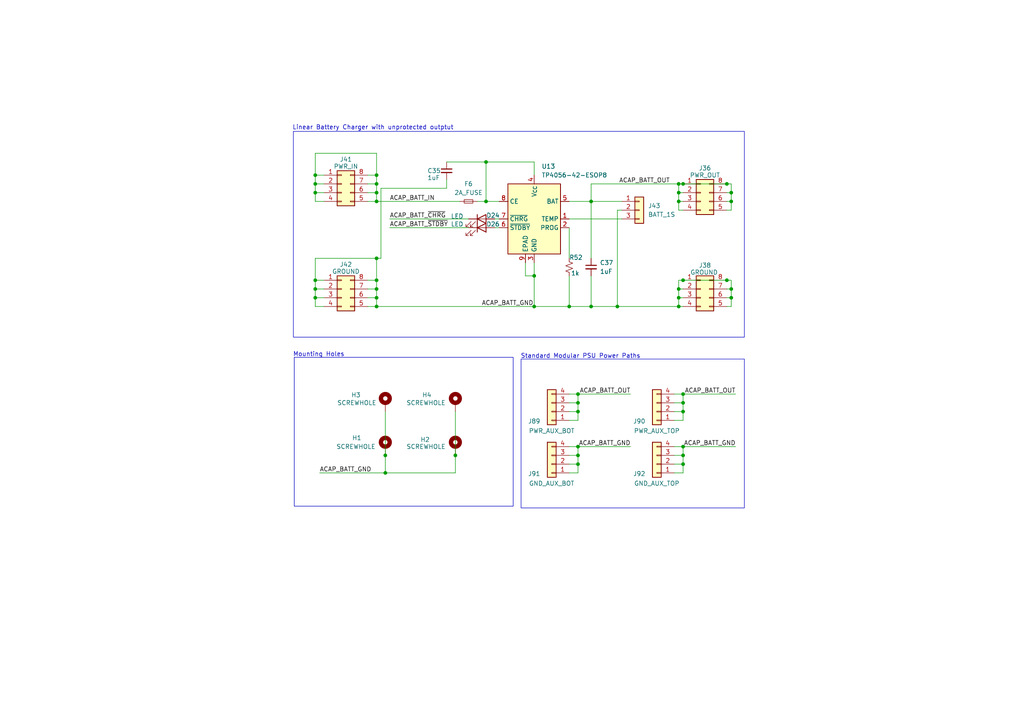
<source format=kicad_sch>
(kicad_sch
	(version 20250114)
	(generator "eeschema")
	(generator_version "9.0")
	(uuid "359f130b-b7a3-4226-ad6a-90f6e2bfbd32")
	(paper "A4")
	(title_block
		(title "Modular PSU")
		(company "DanWave Design")
		(comment 1 "Design By: Daniel Manla")
		(comment 2 "Open Hardware")
	)
	(lib_symbols
		(symbol "Battery_Management:TP4056-42-ESOP8"
			(exclude_from_sim no)
			(in_bom yes)
			(on_board yes)
			(property "Reference" "U"
				(at -6.604 11.684 0)
				(effects
					(font
						(size 1.27 1.27)
					)
				)
			)
			(property "Value" "TP4056-42-ESOP8"
				(at 10.16 11.684 0)
				(effects
					(font
						(size 1.27 1.27)
					)
				)
			)
			(property "Footprint" "Package_SO:SOIC-8-1EP_3.9x4.9mm_P1.27mm_EP2.41x3.3mm_ThermalVias"
				(at 0.508 -22.86 0)
				(effects
					(font
						(size 1.27 1.27)
					)
					(hide yes)
				)
			)
			(property "Datasheet" "https://www.lcsc.com/datasheet/lcsc_datasheet_2410121619_TOPPOWER-Nanjing-Extension-Microelectronics-TP4056-42-ESOP8_C16581.pdf"
				(at 0 -25.4 0)
				(effects
					(font
						(size 1.27 1.27)
					)
					(hide yes)
				)
			)
			(property "Description" "1A Standalone Linear Li-ion/LiPo single-cell battery charger, 4.2V ±1% charge voltage, VCC = 4.0..8.0V, SOIC-8 (SOP-8)"
				(at 0.508 -20.32 0)
				(effects
					(font
						(size 1.27 1.27)
					)
					(hide yes)
				)
			)
			(property "ki_keywords" "lithium-ion lithium-polymer Li-Poly"
				(at 0 0 0)
				(effects
					(font
						(size 1.27 1.27)
					)
					(hide yes)
				)
			)
			(property "ki_fp_filters" "*SO*3.9x4.*P1.27mm*EP2.4*x3.3*mm*"
				(at 0 0 0)
				(effects
					(font
						(size 1.27 1.27)
					)
					(hide yes)
				)
			)
			(symbol "TP4056-42-ESOP8_1_0"
				(pin input line
					(at -10.16 5.08 0)
					(length 2.54)
					(name "CE"
						(effects
							(font
								(size 1.27 1.27)
							)
						)
					)
					(number "8"
						(effects
							(font
								(size 1.27 1.27)
							)
						)
					)
				)
				(pin open_collector line
					(at -10.16 0 0)
					(length 2.54)
					(name "~{CHRG}"
						(effects
							(font
								(size 1.27 1.27)
							)
						)
					)
					(number "7"
						(effects
							(font
								(size 1.27 1.27)
							)
						)
					)
				)
				(pin open_collector line
					(at -10.16 -2.54 0)
					(length 2.54)
					(name "~{STDBY}"
						(effects
							(font
								(size 1.27 1.27)
							)
						)
					)
					(number "6"
						(effects
							(font
								(size 1.27 1.27)
							)
						)
					)
				)
				(pin passive line
					(at -2.54 -12.7 90)
					(length 2.54)
					(name "EPAD"
						(effects
							(font
								(size 1.27 1.27)
							)
						)
					)
					(number "9"
						(effects
							(font
								(size 1.27 1.27)
							)
						)
					)
				)
				(pin power_in line
					(at 0 12.7 270)
					(length 2.54)
					(name "V_{CC}"
						(effects
							(font
								(size 1.27 1.27)
							)
						)
					)
					(number "4"
						(effects
							(font
								(size 1.27 1.27)
							)
						)
					)
				)
				(pin power_in line
					(at 0 -12.7 90)
					(length 2.54)
					(name "GND"
						(effects
							(font
								(size 1.27 1.27)
							)
						)
					)
					(number "3"
						(effects
							(font
								(size 1.27 1.27)
							)
						)
					)
				)
				(pin power_out line
					(at 10.16 5.08 180)
					(length 2.54)
					(name "BAT"
						(effects
							(font
								(size 1.27 1.27)
							)
						)
					)
					(number "5"
						(effects
							(font
								(size 1.27 1.27)
							)
						)
					)
				)
				(pin input line
					(at 10.16 0 180)
					(length 2.54)
					(name "TEMP"
						(effects
							(font
								(size 1.27 1.27)
							)
						)
					)
					(number "1"
						(effects
							(font
								(size 1.27 1.27)
							)
						)
					)
				)
				(pin passive line
					(at 10.16 -2.54 180)
					(length 2.54)
					(name "PROG"
						(effects
							(font
								(size 1.27 1.27)
							)
						)
					)
					(number "2"
						(effects
							(font
								(size 1.27 1.27)
							)
						)
					)
				)
			)
			(symbol "TP4056-42-ESOP8_1_1"
				(rectangle
					(start -7.62 10.16)
					(end 7.62 -10.16)
					(stroke
						(width 0.254)
						(type default)
					)
					(fill
						(type background)
					)
				)
			)
			(embedded_fonts no)
		)
		(symbol "Connector_Generic:Conn_01x03"
			(pin_names
				(offset 1.016)
				(hide yes)
			)
			(exclude_from_sim no)
			(in_bom yes)
			(on_board yes)
			(property "Reference" "J"
				(at 0 5.08 0)
				(effects
					(font
						(size 1.27 1.27)
					)
				)
			)
			(property "Value" "Conn_01x03"
				(at 0 -5.08 0)
				(effects
					(font
						(size 1.27 1.27)
					)
				)
			)
			(property "Footprint" ""
				(at 0 0 0)
				(effects
					(font
						(size 1.27 1.27)
					)
					(hide yes)
				)
			)
			(property "Datasheet" "~"
				(at 0 0 0)
				(effects
					(font
						(size 1.27 1.27)
					)
					(hide yes)
				)
			)
			(property "Description" "Generic connector, single row, 01x03, script generated (kicad-library-utils/schlib/autogen/connector/)"
				(at 0 0 0)
				(effects
					(font
						(size 1.27 1.27)
					)
					(hide yes)
				)
			)
			(property "ki_keywords" "connector"
				(at 0 0 0)
				(effects
					(font
						(size 1.27 1.27)
					)
					(hide yes)
				)
			)
			(property "ki_fp_filters" "Connector*:*_1x??_*"
				(at 0 0 0)
				(effects
					(font
						(size 1.27 1.27)
					)
					(hide yes)
				)
			)
			(symbol "Conn_01x03_1_1"
				(rectangle
					(start -1.27 3.81)
					(end 1.27 -3.81)
					(stroke
						(width 0.254)
						(type default)
					)
					(fill
						(type background)
					)
				)
				(rectangle
					(start -1.27 2.667)
					(end 0 2.413)
					(stroke
						(width 0.1524)
						(type default)
					)
					(fill
						(type none)
					)
				)
				(rectangle
					(start -1.27 0.127)
					(end 0 -0.127)
					(stroke
						(width 0.1524)
						(type default)
					)
					(fill
						(type none)
					)
				)
				(rectangle
					(start -1.27 -2.413)
					(end 0 -2.667)
					(stroke
						(width 0.1524)
						(type default)
					)
					(fill
						(type none)
					)
				)
				(pin passive line
					(at -5.08 2.54 0)
					(length 3.81)
					(name "Pin_1"
						(effects
							(font
								(size 1.27 1.27)
							)
						)
					)
					(number "1"
						(effects
							(font
								(size 1.27 1.27)
							)
						)
					)
				)
				(pin passive line
					(at -5.08 0 0)
					(length 3.81)
					(name "Pin_2"
						(effects
							(font
								(size 1.27 1.27)
							)
						)
					)
					(number "2"
						(effects
							(font
								(size 1.27 1.27)
							)
						)
					)
				)
				(pin passive line
					(at -5.08 -2.54 0)
					(length 3.81)
					(name "Pin_3"
						(effects
							(font
								(size 1.27 1.27)
							)
						)
					)
					(number "3"
						(effects
							(font
								(size 1.27 1.27)
							)
						)
					)
				)
			)
			(embedded_fonts no)
		)
		(symbol "Connector_Generic:Conn_01x04"
			(pin_names
				(offset 1.016)
				(hide yes)
			)
			(exclude_from_sim no)
			(in_bom yes)
			(on_board yes)
			(property "Reference" "J"
				(at 0 5.08 0)
				(effects
					(font
						(size 1.27 1.27)
					)
				)
			)
			(property "Value" "Conn_01x04"
				(at 0 -7.62 0)
				(effects
					(font
						(size 1.27 1.27)
					)
				)
			)
			(property "Footprint" ""
				(at 0 0 0)
				(effects
					(font
						(size 1.27 1.27)
					)
					(hide yes)
				)
			)
			(property "Datasheet" "~"
				(at 0 0 0)
				(effects
					(font
						(size 1.27 1.27)
					)
					(hide yes)
				)
			)
			(property "Description" "Generic connector, single row, 01x04, script generated (kicad-library-utils/schlib/autogen/connector/)"
				(at 0 0 0)
				(effects
					(font
						(size 1.27 1.27)
					)
					(hide yes)
				)
			)
			(property "ki_keywords" "connector"
				(at 0 0 0)
				(effects
					(font
						(size 1.27 1.27)
					)
					(hide yes)
				)
			)
			(property "ki_fp_filters" "Connector*:*_1x??_*"
				(at 0 0 0)
				(effects
					(font
						(size 1.27 1.27)
					)
					(hide yes)
				)
			)
			(symbol "Conn_01x04_1_1"
				(rectangle
					(start -1.27 3.81)
					(end 1.27 -6.35)
					(stroke
						(width 0.254)
						(type default)
					)
					(fill
						(type background)
					)
				)
				(rectangle
					(start -1.27 2.667)
					(end 0 2.413)
					(stroke
						(width 0.1524)
						(type default)
					)
					(fill
						(type none)
					)
				)
				(rectangle
					(start -1.27 0.127)
					(end 0 -0.127)
					(stroke
						(width 0.1524)
						(type default)
					)
					(fill
						(type none)
					)
				)
				(rectangle
					(start -1.27 -2.413)
					(end 0 -2.667)
					(stroke
						(width 0.1524)
						(type default)
					)
					(fill
						(type none)
					)
				)
				(rectangle
					(start -1.27 -4.953)
					(end 0 -5.207)
					(stroke
						(width 0.1524)
						(type default)
					)
					(fill
						(type none)
					)
				)
				(pin passive line
					(at -5.08 2.54 0)
					(length 3.81)
					(name "Pin_1"
						(effects
							(font
								(size 1.27 1.27)
							)
						)
					)
					(number "1"
						(effects
							(font
								(size 1.27 1.27)
							)
						)
					)
				)
				(pin passive line
					(at -5.08 0 0)
					(length 3.81)
					(name "Pin_2"
						(effects
							(font
								(size 1.27 1.27)
							)
						)
					)
					(number "2"
						(effects
							(font
								(size 1.27 1.27)
							)
						)
					)
				)
				(pin passive line
					(at -5.08 -2.54 0)
					(length 3.81)
					(name "Pin_3"
						(effects
							(font
								(size 1.27 1.27)
							)
						)
					)
					(number "3"
						(effects
							(font
								(size 1.27 1.27)
							)
						)
					)
				)
				(pin passive line
					(at -5.08 -5.08 0)
					(length 3.81)
					(name "Pin_4"
						(effects
							(font
								(size 1.27 1.27)
							)
						)
					)
					(number "4"
						(effects
							(font
								(size 1.27 1.27)
							)
						)
					)
				)
			)
			(embedded_fonts no)
		)
		(symbol "Connector_Generic:Conn_02x04_Counter_Clockwise"
			(pin_names
				(offset 1.016)
				(hide yes)
			)
			(exclude_from_sim no)
			(in_bom yes)
			(on_board yes)
			(property "Reference" "J"
				(at 1.27 5.08 0)
				(effects
					(font
						(size 1.27 1.27)
					)
				)
			)
			(property "Value" "Conn_02x04_Counter_Clockwise"
				(at 1.27 -7.62 0)
				(effects
					(font
						(size 1.27 1.27)
					)
				)
			)
			(property "Footprint" ""
				(at 0 0 0)
				(effects
					(font
						(size 1.27 1.27)
					)
					(hide yes)
				)
			)
			(property "Datasheet" "~"
				(at 0 0 0)
				(effects
					(font
						(size 1.27 1.27)
					)
					(hide yes)
				)
			)
			(property "Description" "Generic connector, double row, 02x04, counter clockwise pin numbering scheme (similar to DIP package numbering), script generated (kicad-library-utils/schlib/autogen/connector/)"
				(at 0 0 0)
				(effects
					(font
						(size 1.27 1.27)
					)
					(hide yes)
				)
			)
			(property "ki_keywords" "connector"
				(at 0 0 0)
				(effects
					(font
						(size 1.27 1.27)
					)
					(hide yes)
				)
			)
			(property "ki_fp_filters" "Connector*:*_2x??_*"
				(at 0 0 0)
				(effects
					(font
						(size 1.27 1.27)
					)
					(hide yes)
				)
			)
			(symbol "Conn_02x04_Counter_Clockwise_1_1"
				(rectangle
					(start -1.27 3.81)
					(end 3.81 -6.35)
					(stroke
						(width 0.254)
						(type default)
					)
					(fill
						(type background)
					)
				)
				(rectangle
					(start -1.27 2.667)
					(end 0 2.413)
					(stroke
						(width 0.1524)
						(type default)
					)
					(fill
						(type none)
					)
				)
				(rectangle
					(start -1.27 0.127)
					(end 0 -0.127)
					(stroke
						(width 0.1524)
						(type default)
					)
					(fill
						(type none)
					)
				)
				(rectangle
					(start -1.27 -2.413)
					(end 0 -2.667)
					(stroke
						(width 0.1524)
						(type default)
					)
					(fill
						(type none)
					)
				)
				(rectangle
					(start -1.27 -4.953)
					(end 0 -5.207)
					(stroke
						(width 0.1524)
						(type default)
					)
					(fill
						(type none)
					)
				)
				(rectangle
					(start 3.81 2.667)
					(end 2.54 2.413)
					(stroke
						(width 0.1524)
						(type default)
					)
					(fill
						(type none)
					)
				)
				(rectangle
					(start 3.81 0.127)
					(end 2.54 -0.127)
					(stroke
						(width 0.1524)
						(type default)
					)
					(fill
						(type none)
					)
				)
				(rectangle
					(start 3.81 -2.413)
					(end 2.54 -2.667)
					(stroke
						(width 0.1524)
						(type default)
					)
					(fill
						(type none)
					)
				)
				(rectangle
					(start 3.81 -4.953)
					(end 2.54 -5.207)
					(stroke
						(width 0.1524)
						(type default)
					)
					(fill
						(type none)
					)
				)
				(pin passive line
					(at -5.08 2.54 0)
					(length 3.81)
					(name "Pin_1"
						(effects
							(font
								(size 1.27 1.27)
							)
						)
					)
					(number "1"
						(effects
							(font
								(size 1.27 1.27)
							)
						)
					)
				)
				(pin passive line
					(at -5.08 0 0)
					(length 3.81)
					(name "Pin_2"
						(effects
							(font
								(size 1.27 1.27)
							)
						)
					)
					(number "2"
						(effects
							(font
								(size 1.27 1.27)
							)
						)
					)
				)
				(pin passive line
					(at -5.08 -2.54 0)
					(length 3.81)
					(name "Pin_3"
						(effects
							(font
								(size 1.27 1.27)
							)
						)
					)
					(number "3"
						(effects
							(font
								(size 1.27 1.27)
							)
						)
					)
				)
				(pin passive line
					(at -5.08 -5.08 0)
					(length 3.81)
					(name "Pin_4"
						(effects
							(font
								(size 1.27 1.27)
							)
						)
					)
					(number "4"
						(effects
							(font
								(size 1.27 1.27)
							)
						)
					)
				)
				(pin passive line
					(at 7.62 2.54 180)
					(length 3.81)
					(name "Pin_8"
						(effects
							(font
								(size 1.27 1.27)
							)
						)
					)
					(number "8"
						(effects
							(font
								(size 1.27 1.27)
							)
						)
					)
				)
				(pin passive line
					(at 7.62 0 180)
					(length 3.81)
					(name "Pin_7"
						(effects
							(font
								(size 1.27 1.27)
							)
						)
					)
					(number "7"
						(effects
							(font
								(size 1.27 1.27)
							)
						)
					)
				)
				(pin passive line
					(at 7.62 -2.54 180)
					(length 3.81)
					(name "Pin_6"
						(effects
							(font
								(size 1.27 1.27)
							)
						)
					)
					(number "6"
						(effects
							(font
								(size 1.27 1.27)
							)
						)
					)
				)
				(pin passive line
					(at 7.62 -5.08 180)
					(length 3.81)
					(name "Pin_5"
						(effects
							(font
								(size 1.27 1.27)
							)
						)
					)
					(number "5"
						(effects
							(font
								(size 1.27 1.27)
							)
						)
					)
				)
			)
			(embedded_fonts no)
		)
		(symbol "Device:C_Small"
			(pin_numbers
				(hide yes)
			)
			(pin_names
				(offset 0.254)
				(hide yes)
			)
			(exclude_from_sim no)
			(in_bom yes)
			(on_board yes)
			(property "Reference" "C"
				(at 0.254 1.778 0)
				(effects
					(font
						(size 1.27 1.27)
					)
					(justify left)
				)
			)
			(property "Value" "C_Small"
				(at 0.254 -2.032 0)
				(effects
					(font
						(size 1.27 1.27)
					)
					(justify left)
				)
			)
			(property "Footprint" ""
				(at 0 0 0)
				(effects
					(font
						(size 1.27 1.27)
					)
					(hide yes)
				)
			)
			(property "Datasheet" "~"
				(at 0 0 0)
				(effects
					(font
						(size 1.27 1.27)
					)
					(hide yes)
				)
			)
			(property "Description" "Unpolarized capacitor, small symbol"
				(at 0 0 0)
				(effects
					(font
						(size 1.27 1.27)
					)
					(hide yes)
				)
			)
			(property "ki_keywords" "capacitor cap"
				(at 0 0 0)
				(effects
					(font
						(size 1.27 1.27)
					)
					(hide yes)
				)
			)
			(property "ki_fp_filters" "C_*"
				(at 0 0 0)
				(effects
					(font
						(size 1.27 1.27)
					)
					(hide yes)
				)
			)
			(symbol "C_Small_0_1"
				(polyline
					(pts
						(xy -1.524 0.508) (xy 1.524 0.508)
					)
					(stroke
						(width 0.3048)
						(type default)
					)
					(fill
						(type none)
					)
				)
				(polyline
					(pts
						(xy -1.524 -0.508) (xy 1.524 -0.508)
					)
					(stroke
						(width 0.3302)
						(type default)
					)
					(fill
						(type none)
					)
				)
			)
			(symbol "C_Small_1_1"
				(pin passive line
					(at 0 2.54 270)
					(length 2.032)
					(name "~"
						(effects
							(font
								(size 1.27 1.27)
							)
						)
					)
					(number "1"
						(effects
							(font
								(size 1.27 1.27)
							)
						)
					)
				)
				(pin passive line
					(at 0 -2.54 90)
					(length 2.032)
					(name "~"
						(effects
							(font
								(size 1.27 1.27)
							)
						)
					)
					(number "2"
						(effects
							(font
								(size 1.27 1.27)
							)
						)
					)
				)
			)
			(embedded_fonts no)
		)
		(symbol "Device:Fuse_Small"
			(pin_numbers
				(hide yes)
			)
			(pin_names
				(offset 0.254)
				(hide yes)
			)
			(exclude_from_sim no)
			(in_bom yes)
			(on_board yes)
			(property "Reference" "F"
				(at 0 -1.524 0)
				(effects
					(font
						(size 1.27 1.27)
					)
				)
			)
			(property "Value" "Fuse_Small"
				(at 0 1.524 0)
				(effects
					(font
						(size 1.27 1.27)
					)
				)
			)
			(property "Footprint" ""
				(at 0 0 0)
				(effects
					(font
						(size 1.27 1.27)
					)
					(hide yes)
				)
			)
			(property "Datasheet" "~"
				(at 0 0 0)
				(effects
					(font
						(size 1.27 1.27)
					)
					(hide yes)
				)
			)
			(property "Description" "Fuse, small symbol"
				(at 0 0 0)
				(effects
					(font
						(size 1.27 1.27)
					)
					(hide yes)
				)
			)
			(property "ki_keywords" "fuse"
				(at 0 0 0)
				(effects
					(font
						(size 1.27 1.27)
					)
					(hide yes)
				)
			)
			(property "ki_fp_filters" "*Fuse*"
				(at 0 0 0)
				(effects
					(font
						(size 1.27 1.27)
					)
					(hide yes)
				)
			)
			(symbol "Fuse_Small_0_1"
				(rectangle
					(start -1.27 0.508)
					(end 1.27 -0.508)
					(stroke
						(width 0)
						(type default)
					)
					(fill
						(type none)
					)
				)
				(polyline
					(pts
						(xy -1.27 0) (xy 1.27 0)
					)
					(stroke
						(width 0)
						(type default)
					)
					(fill
						(type none)
					)
				)
			)
			(symbol "Fuse_Small_1_1"
				(pin passive line
					(at -2.54 0 0)
					(length 1.27)
					(name "~"
						(effects
							(font
								(size 1.27 1.27)
							)
						)
					)
					(number "1"
						(effects
							(font
								(size 1.27 1.27)
							)
						)
					)
				)
				(pin passive line
					(at 2.54 0 180)
					(length 1.27)
					(name "~"
						(effects
							(font
								(size 1.27 1.27)
							)
						)
					)
					(number "2"
						(effects
							(font
								(size 1.27 1.27)
							)
						)
					)
				)
			)
			(embedded_fonts no)
		)
		(symbol "Device:LED"
			(pin_numbers
				(hide yes)
			)
			(pin_names
				(offset 1.016)
				(hide yes)
			)
			(exclude_from_sim no)
			(in_bom yes)
			(on_board yes)
			(property "Reference" "D"
				(at 0 2.54 0)
				(effects
					(font
						(size 1.27 1.27)
					)
				)
			)
			(property "Value" "LED"
				(at 0 -2.54 0)
				(effects
					(font
						(size 1.27 1.27)
					)
				)
			)
			(property "Footprint" ""
				(at 0 0 0)
				(effects
					(font
						(size 1.27 1.27)
					)
					(hide yes)
				)
			)
			(property "Datasheet" "~"
				(at 0 0 0)
				(effects
					(font
						(size 1.27 1.27)
					)
					(hide yes)
				)
			)
			(property "Description" "Light emitting diode"
				(at 0 0 0)
				(effects
					(font
						(size 1.27 1.27)
					)
					(hide yes)
				)
			)
			(property "Sim.Pins" "1=K 2=A"
				(at 0 0 0)
				(effects
					(font
						(size 1.27 1.27)
					)
					(hide yes)
				)
			)
			(property "ki_keywords" "LED diode"
				(at 0 0 0)
				(effects
					(font
						(size 1.27 1.27)
					)
					(hide yes)
				)
			)
			(property "ki_fp_filters" "LED* LED_SMD:* LED_THT:*"
				(at 0 0 0)
				(effects
					(font
						(size 1.27 1.27)
					)
					(hide yes)
				)
			)
			(symbol "LED_0_1"
				(polyline
					(pts
						(xy -3.048 -0.762) (xy -4.572 -2.286) (xy -3.81 -2.286) (xy -4.572 -2.286) (xy -4.572 -1.524)
					)
					(stroke
						(width 0)
						(type default)
					)
					(fill
						(type none)
					)
				)
				(polyline
					(pts
						(xy -1.778 -0.762) (xy -3.302 -2.286) (xy -2.54 -2.286) (xy -3.302 -2.286) (xy -3.302 -1.524)
					)
					(stroke
						(width 0)
						(type default)
					)
					(fill
						(type none)
					)
				)
				(polyline
					(pts
						(xy -1.27 0) (xy 1.27 0)
					)
					(stroke
						(width 0)
						(type default)
					)
					(fill
						(type none)
					)
				)
				(polyline
					(pts
						(xy -1.27 -1.27) (xy -1.27 1.27)
					)
					(stroke
						(width 0.254)
						(type default)
					)
					(fill
						(type none)
					)
				)
				(polyline
					(pts
						(xy 1.27 -1.27) (xy 1.27 1.27) (xy -1.27 0) (xy 1.27 -1.27)
					)
					(stroke
						(width 0.254)
						(type default)
					)
					(fill
						(type none)
					)
				)
			)
			(symbol "LED_1_1"
				(pin passive line
					(at -3.81 0 0)
					(length 2.54)
					(name "K"
						(effects
							(font
								(size 1.27 1.27)
							)
						)
					)
					(number "1"
						(effects
							(font
								(size 1.27 1.27)
							)
						)
					)
				)
				(pin passive line
					(at 3.81 0 180)
					(length 2.54)
					(name "A"
						(effects
							(font
								(size 1.27 1.27)
							)
						)
					)
					(number "2"
						(effects
							(font
								(size 1.27 1.27)
							)
						)
					)
				)
			)
			(embedded_fonts no)
		)
		(symbol "Device:R_Small_US"
			(pin_numbers
				(hide yes)
			)
			(pin_names
				(offset 0.254)
				(hide yes)
			)
			(exclude_from_sim no)
			(in_bom yes)
			(on_board yes)
			(property "Reference" "R"
				(at 0.762 0.508 0)
				(effects
					(font
						(size 1.27 1.27)
					)
					(justify left)
				)
			)
			(property "Value" "R_Small_US"
				(at 0.762 -1.016 0)
				(effects
					(font
						(size 1.27 1.27)
					)
					(justify left)
				)
			)
			(property "Footprint" ""
				(at 0 0 0)
				(effects
					(font
						(size 1.27 1.27)
					)
					(hide yes)
				)
			)
			(property "Datasheet" "~"
				(at 0 0 0)
				(effects
					(font
						(size 1.27 1.27)
					)
					(hide yes)
				)
			)
			(property "Description" "Resistor, small US symbol"
				(at 0 0 0)
				(effects
					(font
						(size 1.27 1.27)
					)
					(hide yes)
				)
			)
			(property "ki_keywords" "r resistor"
				(at 0 0 0)
				(effects
					(font
						(size 1.27 1.27)
					)
					(hide yes)
				)
			)
			(property "ki_fp_filters" "R_*"
				(at 0 0 0)
				(effects
					(font
						(size 1.27 1.27)
					)
					(hide yes)
				)
			)
			(symbol "R_Small_US_1_1"
				(polyline
					(pts
						(xy 0 1.524) (xy 1.016 1.143) (xy 0 0.762) (xy -1.016 0.381) (xy 0 0)
					)
					(stroke
						(width 0)
						(type default)
					)
					(fill
						(type none)
					)
				)
				(polyline
					(pts
						(xy 0 0) (xy 1.016 -0.381) (xy 0 -0.762) (xy -1.016 -1.143) (xy 0 -1.524)
					)
					(stroke
						(width 0)
						(type default)
					)
					(fill
						(type none)
					)
				)
				(pin passive line
					(at 0 2.54 270)
					(length 1.016)
					(name "~"
						(effects
							(font
								(size 1.27 1.27)
							)
						)
					)
					(number "1"
						(effects
							(font
								(size 1.27 1.27)
							)
						)
					)
				)
				(pin passive line
					(at 0 -2.54 90)
					(length 1.016)
					(name "~"
						(effects
							(font
								(size 1.27 1.27)
							)
						)
					)
					(number "2"
						(effects
							(font
								(size 1.27 1.27)
							)
						)
					)
				)
			)
			(embedded_fonts no)
		)
		(symbol "Mechanical:MountingHole_Pad"
			(pin_numbers
				(hide yes)
			)
			(pin_names
				(offset 1.016)
				(hide yes)
			)
			(exclude_from_sim yes)
			(in_bom no)
			(on_board yes)
			(property "Reference" "H"
				(at 0 6.35 0)
				(effects
					(font
						(size 1.27 1.27)
					)
				)
			)
			(property "Value" "MountingHole_Pad"
				(at 0 4.445 0)
				(effects
					(font
						(size 1.27 1.27)
					)
				)
			)
			(property "Footprint" ""
				(at 0 0 0)
				(effects
					(font
						(size 1.27 1.27)
					)
					(hide yes)
				)
			)
			(property "Datasheet" "~"
				(at 0 0 0)
				(effects
					(font
						(size 1.27 1.27)
					)
					(hide yes)
				)
			)
			(property "Description" "Mounting Hole with connection"
				(at 0 0 0)
				(effects
					(font
						(size 1.27 1.27)
					)
					(hide yes)
				)
			)
			(property "ki_keywords" "mounting hole"
				(at 0 0 0)
				(effects
					(font
						(size 1.27 1.27)
					)
					(hide yes)
				)
			)
			(property "ki_fp_filters" "MountingHole*Pad*"
				(at 0 0 0)
				(effects
					(font
						(size 1.27 1.27)
					)
					(hide yes)
				)
			)
			(symbol "MountingHole_Pad_0_1"
				(circle
					(center 0 1.27)
					(radius 1.27)
					(stroke
						(width 1.27)
						(type default)
					)
					(fill
						(type none)
					)
				)
			)
			(symbol "MountingHole_Pad_1_1"
				(pin input line
					(at 0 -2.54 90)
					(length 2.54)
					(name "1"
						(effects
							(font
								(size 1.27 1.27)
							)
						)
					)
					(number "1"
						(effects
							(font
								(size 1.27 1.27)
							)
						)
					)
				)
			)
			(embedded_fonts no)
		)
	)
	(rectangle
		(start 151.13 104.14)
		(end 215.9 147.32)
		(stroke
			(width 0)
			(type default)
		)
		(fill
			(type none)
		)
		(uuid 04c71322-a645-48f6-ac10-5933975a58fb)
	)
	(rectangle
		(start 85.09 38.1)
		(end 215.9 97.79)
		(stroke
			(width 0)
			(type default)
		)
		(fill
			(type none)
		)
		(uuid 25637fba-5f37-450a-9701-569713044ee5)
	)
	(rectangle
		(start 85.344 103.632)
		(end 148.844 146.812)
		(stroke
			(width 0)
			(type default)
		)
		(fill
			(type none)
		)
		(uuid 49841d93-57a5-439f-acfc-b44d724d9b8c)
	)
	(text "Standard Modular PSU Power Paths"
		(exclude_from_sim no)
		(at 168.402 103.378 0)
		(effects
			(font
				(size 1.27 1.27)
			)
		)
		(uuid "3c78bcf0-f0ce-49ba-ba94-a32e688862a5")
	)
	(text "Linear Battery Charger with unprotected outptut"
		(exclude_from_sim no)
		(at 108.204 37.084 0)
		(effects
			(font
				(size 1.27 1.27)
			)
		)
		(uuid "461d3bf6-0771-46dd-be56-21405ab970bc")
	)
	(text "Mounting Holes"
		(exclude_from_sim no)
		(at 92.456 102.87 0)
		(effects
			(font
				(size 1.27 1.27)
			)
		)
		(uuid "903c2149-99b2-419f-b8cd-30a1cf5b5ec7")
	)
	(junction
		(at 171.45 88.9)
		(diameter 0)
		(color 0 0 0 0)
		(uuid "08635e3a-db49-403e-b250-9bdc1b76fa06")
	)
	(junction
		(at 198.12 81.28)
		(diameter 0)
		(color 0 0 0 0)
		(uuid "0ca5f60a-d31c-4200-98b7-c301c40f1f5c")
	)
	(junction
		(at 198.12 134.62)
		(diameter 0)
		(color 0 0 0 0)
		(uuid "0ee5e7b8-d0e6-4e49-b410-609c7375d7b5")
	)
	(junction
		(at 212.09 58.42)
		(diameter 0)
		(color 0 0 0 0)
		(uuid "12b8fb8b-2cf0-48bc-ab4f-6c8228c80fe1")
	)
	(junction
		(at 109.22 88.9)
		(diameter 0)
		(color 0 0 0 0)
		(uuid "1a1e4aee-b347-4710-8fd6-b0d17c6f029a")
	)
	(junction
		(at 198.12 114.3)
		(diameter 0)
		(color 0 0 0 0)
		(uuid "1f2a6036-8e59-4de5-a500-9930bc4f821b")
	)
	(junction
		(at 91.44 50.8)
		(diameter 0)
		(color 0 0 0 0)
		(uuid "2a925c22-5a43-4555-8e8b-b00115af5e4a")
	)
	(junction
		(at 196.85 55.88)
		(diameter 0)
		(color 0 0 0 0)
		(uuid "2be62524-8256-4a0b-b6b9-e980aa73f53f")
	)
	(junction
		(at 198.12 132.08)
		(diameter 0)
		(color 0 0 0 0)
		(uuid "2fac465c-13de-4c67-957d-2a46c03cb7fe")
	)
	(junction
		(at 167.64 119.38)
		(diameter 0)
		(color 0 0 0 0)
		(uuid "316f852e-581d-4c99-8482-ca2fd301914c")
	)
	(junction
		(at 210.82 81.28)
		(diameter 0)
		(color 0 0 0 0)
		(uuid "3f8263ed-b0d1-4b2e-b361-695e82fa5788")
	)
	(junction
		(at 91.44 83.82)
		(diameter 0)
		(color 0 0 0 0)
		(uuid "4081e482-98d0-4ad6-ae82-6f548047e257")
	)
	(junction
		(at 212.09 86.36)
		(diameter 0)
		(color 0 0 0 0)
		(uuid "435aace6-23ee-4fca-909a-6fe458e83c6f")
	)
	(junction
		(at 109.22 53.34)
		(diameter 0)
		(color 0 0 0 0)
		(uuid "45bb5e54-a944-4390-bfbe-c0f4585b59ad")
	)
	(junction
		(at 196.85 83.82)
		(diameter 0)
		(color 0 0 0 0)
		(uuid "45d79198-d80c-4d23-a0b9-384c59e34956")
	)
	(junction
		(at 91.44 81.28)
		(diameter 0)
		(color 0 0 0 0)
		(uuid "46d4a456-72e7-4be2-8708-df18e8428d39")
	)
	(junction
		(at 167.64 132.08)
		(diameter 0)
		(color 0 0 0 0)
		(uuid "534fbaba-29b5-4e4d-9d98-f5a1f97241fb")
	)
	(junction
		(at 196.85 88.9)
		(diameter 0)
		(color 0 0 0 0)
		(uuid "5a788ed8-a33f-4a29-80b3-d5e4f9f23264")
	)
	(junction
		(at 165.1 88.9)
		(diameter 0)
		(color 0 0 0 0)
		(uuid "5fac75c1-ee9b-4005-bc6a-989f33ca3aab")
	)
	(junction
		(at 111.76 137.16)
		(diameter 0)
		(color 0 0 0 0)
		(uuid "692324b1-f250-43d4-b483-2e5b3292b1c3")
	)
	(junction
		(at 167.64 129.54)
		(diameter 0)
		(color 0 0 0 0)
		(uuid "69da7794-32f5-412a-a1f8-e396cc631d68")
	)
	(junction
		(at 198.12 119.38)
		(diameter 0)
		(color 0 0 0 0)
		(uuid "6d05eb92-b3a2-4bd4-bc38-d6e7b42d6b20")
	)
	(junction
		(at 167.64 134.62)
		(diameter 0)
		(color 0 0 0 0)
		(uuid "7660ade8-8478-43d3-b4a7-98e5f4e2db4d")
	)
	(junction
		(at 154.94 88.9)
		(diameter 0)
		(color 0 0 0 0)
		(uuid "7f5e8cab-8651-44eb-8420-ee8720dce2de")
	)
	(junction
		(at 91.44 86.36)
		(diameter 0)
		(color 0 0 0 0)
		(uuid "80bdbe36-5659-4a0b-bdba-af8cc437a2f3")
	)
	(junction
		(at 154.94 80.01)
		(diameter 0)
		(color 0 0 0 0)
		(uuid "827be853-8a8f-45b3-84be-ae5b0542728a")
	)
	(junction
		(at 196.85 86.36)
		(diameter 0)
		(color 0 0 0 0)
		(uuid "85ba8a40-e583-4df1-9b82-d79a4b22f7bc")
	)
	(junction
		(at 91.44 55.88)
		(diameter 0)
		(color 0 0 0 0)
		(uuid "878f88b8-13b6-4912-b5f6-d58a52ceb0c9")
	)
	(junction
		(at 171.45 58.42)
		(diameter 0)
		(color 0 0 0 0)
		(uuid "8972a86f-d653-483c-b3cf-1b47e5de81fe")
	)
	(junction
		(at 109.22 83.82)
		(diameter 0)
		(color 0 0 0 0)
		(uuid "948a7f9e-8d6a-4d14-aaa7-5eb167a35d24")
	)
	(junction
		(at 91.44 53.34)
		(diameter 0)
		(color 0 0 0 0)
		(uuid "99170435-b061-41a1-a515-71cb5d1e3e80")
	)
	(junction
		(at 111.76 132.08)
		(diameter 0)
		(color 0 0 0 0)
		(uuid "b0e3fca4-5642-4d2a-bfe0-f5a9e8948b25")
	)
	(junction
		(at 198.12 53.34)
		(diameter 0)
		(color 0 0 0 0)
		(uuid "b995d25d-26e4-47fd-b41f-f7ecf04703ab")
	)
	(junction
		(at 167.64 114.3)
		(diameter 0)
		(color 0 0 0 0)
		(uuid "bac1ec09-49b1-4128-8c09-a8070e808af9")
	)
	(junction
		(at 109.22 81.28)
		(diameter 0)
		(color 0 0 0 0)
		(uuid "bb500880-6580-487d-856a-0639e89800e9")
	)
	(junction
		(at 196.85 58.42)
		(diameter 0)
		(color 0 0 0 0)
		(uuid "bb609a4d-1301-4c68-a3e4-7ceef2e8a020")
	)
	(junction
		(at 109.22 58.42)
		(diameter 0)
		(color 0 0 0 0)
		(uuid "bfaaae86-62e9-4c41-983f-239687eb0060")
	)
	(junction
		(at 140.97 58.42)
		(diameter 0)
		(color 0 0 0 0)
		(uuid "c06b4244-bd43-41c4-8946-f0824ebfed59")
	)
	(junction
		(at 132.08 132.08)
		(diameter 0)
		(color 0 0 0 0)
		(uuid "c17bd5b6-bb1e-44c7-9b74-21fae16c24ef")
	)
	(junction
		(at 109.22 50.8)
		(diameter 0)
		(color 0 0 0 0)
		(uuid "c28338c8-0909-4d23-abc2-91a791e17259")
	)
	(junction
		(at 109.22 86.36)
		(diameter 0)
		(color 0 0 0 0)
		(uuid "cd852806-483b-40c5-a55c-feb4d9888919")
	)
	(junction
		(at 109.22 74.93)
		(diameter 0)
		(color 0 0 0 0)
		(uuid "d6f25dd5-e7b6-4af0-8e35-e10bf07befd6")
	)
	(junction
		(at 212.09 55.88)
		(diameter 0)
		(color 0 0 0 0)
		(uuid "d9d56cf0-9b06-4e31-a7b6-632e642ac92e")
	)
	(junction
		(at 198.12 116.84)
		(diameter 0)
		(color 0 0 0 0)
		(uuid "dc0eb8e4-998e-4023-aa3b-00a0af147337")
	)
	(junction
		(at 167.64 116.84)
		(diameter 0)
		(color 0 0 0 0)
		(uuid "ddf060e6-ea38-4c47-8e11-c1eb8f31e4fc")
	)
	(junction
		(at 212.09 83.82)
		(diameter 0)
		(color 0 0 0 0)
		(uuid "dfdcd712-997b-4526-a4a6-8c45cd39db28")
	)
	(junction
		(at 140.97 46.99)
		(diameter 0)
		(color 0 0 0 0)
		(uuid "e277422d-3aac-4140-8c5f-365983dc1649")
	)
	(junction
		(at 109.22 55.88)
		(diameter 0)
		(color 0 0 0 0)
		(uuid "e3856e8e-df03-41d7-969b-59c1f5a7f658")
	)
	(junction
		(at 210.82 53.34)
		(diameter 0)
		(color 0 0 0 0)
		(uuid "eaed8149-8eb1-4372-8686-1695141e14a7")
	)
	(junction
		(at 196.85 53.34)
		(diameter 0)
		(color 0 0 0 0)
		(uuid "edb17abb-0b89-4361-9f71-338b955b9754")
	)
	(junction
		(at 198.12 129.54)
		(diameter 0)
		(color 0 0 0 0)
		(uuid "fa9300aa-b5eb-4296-bff0-2cabfc2928d3")
	)
	(junction
		(at 179.07 88.9)
		(diameter 0)
		(color 0 0 0 0)
		(uuid "ffc95613-ea33-4703-ba21-5ec714d0708c")
	)
	(wire
		(pts
			(xy 195.58 114.3) (xy 198.12 114.3)
		)
		(stroke
			(width 0)
			(type default)
		)
		(uuid "00c34093-3cb6-480d-8e05-12e84fafa73e")
	)
	(wire
		(pts
			(xy 195.58 129.54) (xy 198.12 129.54)
		)
		(stroke
			(width 0)
			(type default)
		)
		(uuid "014fe2b8-f13a-4484-b15b-0f01169c276b")
	)
	(wire
		(pts
			(xy 198.12 121.92) (xy 198.12 119.38)
		)
		(stroke
			(width 0)
			(type default)
		)
		(uuid "02e7b3c4-380d-4ce6-8e0e-f905e60df9b0")
	)
	(wire
		(pts
			(xy 111.76 132.08) (xy 111.76 119.38)
		)
		(stroke
			(width 0)
			(type default)
		)
		(uuid "0a516e7b-3646-4e6a-ae14-c769e376c813")
	)
	(wire
		(pts
			(xy 195.58 119.38) (xy 198.12 119.38)
		)
		(stroke
			(width 0)
			(type default)
		)
		(uuid "0b2b6d8d-213d-4fb7-8b8c-0f41e32dd4f0")
	)
	(wire
		(pts
			(xy 93.98 83.82) (xy 91.44 83.82)
		)
		(stroke
			(width 0)
			(type default)
		)
		(uuid "0d62c3e7-ec91-4196-b253-16ea83e6ceae")
	)
	(wire
		(pts
			(xy 167.64 134.62) (xy 167.64 132.08)
		)
		(stroke
			(width 0)
			(type default)
		)
		(uuid "0e72ea4e-3275-4702-8a68-a6b4e51f9860")
	)
	(wire
		(pts
			(xy 91.44 88.9) (xy 91.44 86.36)
		)
		(stroke
			(width 0)
			(type default)
		)
		(uuid "0f20a186-be08-4b0a-9b25-60cf5d5e4618")
	)
	(wire
		(pts
			(xy 93.98 58.42) (xy 91.44 58.42)
		)
		(stroke
			(width 0)
			(type default)
		)
		(uuid "1095f536-e163-4ea7-9639-40e77c76b7e6")
	)
	(wire
		(pts
			(xy 93.98 55.88) (xy 91.44 55.88)
		)
		(stroke
			(width 0)
			(type default)
		)
		(uuid "1615c01a-f669-46b3-a7a8-c556d4dda58e")
	)
	(wire
		(pts
			(xy 210.82 53.34) (xy 212.09 53.34)
		)
		(stroke
			(width 0)
			(type default)
		)
		(uuid "16fa1c09-0914-4d08-8c48-aed98d63c647")
	)
	(wire
		(pts
			(xy 196.85 83.82) (xy 198.12 83.82)
		)
		(stroke
			(width 0)
			(type default)
		)
		(uuid "173a12ee-1c51-457f-85a6-d4a5cc94579f")
	)
	(wire
		(pts
			(xy 132.08 137.16) (xy 132.08 132.08)
		)
		(stroke
			(width 0)
			(type default)
		)
		(uuid "1b22a1c1-805e-4d69-908d-f9eabb349f62")
	)
	(wire
		(pts
			(xy 196.85 88.9) (xy 198.12 88.9)
		)
		(stroke
			(width 0)
			(type default)
		)
		(uuid "202b467d-6acd-4110-9813-783be443238a")
	)
	(wire
		(pts
			(xy 109.22 58.42) (xy 133.35 58.42)
		)
		(stroke
			(width 0)
			(type default)
		)
		(uuid "24318ffb-f6d6-4b5f-9a07-f4ae7d6c35d4")
	)
	(wire
		(pts
			(xy 165.1 58.42) (xy 171.45 58.42)
		)
		(stroke
			(width 0)
			(type default)
		)
		(uuid "2489ba04-9ff5-4786-ba3e-4b96e497d363")
	)
	(wire
		(pts
			(xy 154.94 46.99) (xy 154.94 50.8)
		)
		(stroke
			(width 0)
			(type default)
		)
		(uuid "2777b68a-20cb-402b-9abb-b9b7d3274743")
	)
	(wire
		(pts
			(xy 198.12 53.34) (xy 210.82 53.34)
		)
		(stroke
			(width 0)
			(type default)
		)
		(uuid "290de0f4-7573-4d38-87e7-c98b4842001b")
	)
	(wire
		(pts
			(xy 198.12 137.16) (xy 198.12 134.62)
		)
		(stroke
			(width 0)
			(type default)
		)
		(uuid "2c45d322-9d31-4e0e-a86a-de11e4348f10")
	)
	(wire
		(pts
			(xy 171.45 88.9) (xy 179.07 88.9)
		)
		(stroke
			(width 0)
			(type default)
		)
		(uuid "2cdfe087-facc-48f6-85da-cbb7dde8a675")
	)
	(wire
		(pts
			(xy 167.64 129.54) (xy 182.88 129.54)
		)
		(stroke
			(width 0)
			(type default)
		)
		(uuid "2e008456-8965-4196-87e0-1ebc27c1116e")
	)
	(wire
		(pts
			(xy 132.08 132.08) (xy 132.08 119.38)
		)
		(stroke
			(width 0)
			(type default)
		)
		(uuid "2e3577aa-ceb0-4667-93dd-1753d4b5aaf5")
	)
	(wire
		(pts
			(xy 196.85 83.82) (xy 196.85 86.36)
		)
		(stroke
			(width 0)
			(type default)
		)
		(uuid "309e259e-e648-4bdb-a03e-55c009590b8c")
	)
	(wire
		(pts
			(xy 111.76 137.16) (xy 111.76 132.08)
		)
		(stroke
			(width 0)
			(type default)
		)
		(uuid "3229c247-6d03-45a2-b293-7055ba4dd734")
	)
	(wire
		(pts
			(xy 109.22 88.9) (xy 154.94 88.9)
		)
		(stroke
			(width 0)
			(type default)
		)
		(uuid "33095d38-b56e-4d39-8dde-578c7665fad0")
	)
	(wire
		(pts
			(xy 196.85 60.96) (xy 198.12 60.96)
		)
		(stroke
			(width 0)
			(type default)
		)
		(uuid "3484b40d-5b57-4f21-a9cc-00d2a5854230")
	)
	(wire
		(pts
			(xy 195.58 116.84) (xy 198.12 116.84)
		)
		(stroke
			(width 0)
			(type default)
		)
		(uuid "350d53c8-de55-42cd-a564-a1c04e7bab11")
	)
	(wire
		(pts
			(xy 179.07 60.96) (xy 179.07 88.9)
		)
		(stroke
			(width 0)
			(type default)
		)
		(uuid "35f9a1f7-33da-4f18-a6f5-33b76b9f095e")
	)
	(wire
		(pts
			(xy 195.58 132.08) (xy 198.12 132.08)
		)
		(stroke
			(width 0)
			(type default)
		)
		(uuid "36aadf52-e134-46b7-9fbe-03e968518e14")
	)
	(wire
		(pts
			(xy 165.1 119.38) (xy 167.64 119.38)
		)
		(stroke
			(width 0)
			(type default)
		)
		(uuid "378eba28-b806-48e0-9b2b-9b1e01c7332f")
	)
	(wire
		(pts
			(xy 196.85 53.34) (xy 198.12 53.34)
		)
		(stroke
			(width 0)
			(type default)
		)
		(uuid "3832392d-c502-41f7-b37e-bc741f9d2046")
	)
	(wire
		(pts
			(xy 91.44 53.34) (xy 91.44 50.8)
		)
		(stroke
			(width 0)
			(type default)
		)
		(uuid "3921cf98-9d7c-4c59-96ba-a0376df98a88")
	)
	(wire
		(pts
			(xy 165.1 134.62) (xy 167.64 134.62)
		)
		(stroke
			(width 0)
			(type default)
		)
		(uuid "39c9722f-85bf-4258-a3d5-9799abb07f38")
	)
	(wire
		(pts
			(xy 109.22 74.93) (xy 109.22 81.28)
		)
		(stroke
			(width 0)
			(type default)
		)
		(uuid "3b935153-3225-4074-b835-a52106a88081")
	)
	(wire
		(pts
			(xy 91.44 55.88) (xy 91.44 53.34)
		)
		(stroke
			(width 0)
			(type default)
		)
		(uuid "3ccadcdf-151c-43e8-9842-5c79c56adf9a")
	)
	(wire
		(pts
			(xy 167.64 114.3) (xy 182.88 114.3)
		)
		(stroke
			(width 0)
			(type default)
		)
		(uuid "3ee5745b-7f42-4008-a0d3-22f2c20f7ac3")
	)
	(wire
		(pts
			(xy 91.44 81.28) (xy 93.98 81.28)
		)
		(stroke
			(width 0)
			(type default)
		)
		(uuid "3efb65f6-46db-42d7-9234-2add9912b2c2")
	)
	(wire
		(pts
			(xy 154.94 76.2) (xy 154.94 80.01)
		)
		(stroke
			(width 0)
			(type default)
		)
		(uuid "3f8b3019-ecb1-4b9f-be7f-bde7fc0ef88b")
	)
	(wire
		(pts
			(xy 171.45 53.34) (xy 196.85 53.34)
		)
		(stroke
			(width 0)
			(type default)
		)
		(uuid "43d53f21-9559-44ba-a3a5-054415a0f7fb")
	)
	(wire
		(pts
			(xy 129.54 46.99) (xy 140.97 46.99)
		)
		(stroke
			(width 0)
			(type default)
		)
		(uuid "4ba50166-8ef3-4b53-b8d2-46ab19e0627e")
	)
	(wire
		(pts
			(xy 143.51 63.5) (xy 144.78 63.5)
		)
		(stroke
			(width 0)
			(type default)
		)
		(uuid "4baaa1c5-11d8-47f8-9a2b-e333be509dab")
	)
	(wire
		(pts
			(xy 196.85 55.88) (xy 196.85 58.42)
		)
		(stroke
			(width 0)
			(type default)
		)
		(uuid "4eca4b7a-d272-4a0b-bc06-1d14161b11d5")
	)
	(wire
		(pts
			(xy 91.44 50.8) (xy 93.98 50.8)
		)
		(stroke
			(width 0)
			(type default)
		)
		(uuid "53fd2513-0406-4c2f-af6e-f071ad3a72cf")
	)
	(wire
		(pts
			(xy 198.12 119.38) (xy 198.12 116.84)
		)
		(stroke
			(width 0)
			(type default)
		)
		(uuid "56624f1b-9f17-4d96-903c-cce01dfcaa10")
	)
	(wire
		(pts
			(xy 165.1 132.08) (xy 167.64 132.08)
		)
		(stroke
			(width 0)
			(type default)
		)
		(uuid "58e74a4b-8b94-46e1-beb3-ea389af1da84")
	)
	(wire
		(pts
			(xy 198.12 114.3) (xy 213.36 114.3)
		)
		(stroke
			(width 0)
			(type default)
		)
		(uuid "59963c1f-beb8-4cdf-ab81-c0095364eb44")
	)
	(wire
		(pts
			(xy 143.51 66.04) (xy 144.78 66.04)
		)
		(stroke
			(width 0)
			(type default)
		)
		(uuid "5c296911-13a4-4f0f-b4a1-eb0b7c1433aa")
	)
	(wire
		(pts
			(xy 196.85 53.34) (xy 196.85 55.88)
		)
		(stroke
			(width 0)
			(type default)
		)
		(uuid "5f2d25cb-4136-4445-aad9-2af66dd7b967")
	)
	(wire
		(pts
			(xy 196.85 86.36) (xy 198.12 86.36)
		)
		(stroke
			(width 0)
			(type default)
		)
		(uuid "6830369a-3230-47ff-9dac-8146227f7fce")
	)
	(wire
		(pts
			(xy 106.68 58.42) (xy 109.22 58.42)
		)
		(stroke
			(width 0)
			(type default)
		)
		(uuid "68c21857-8922-4396-8c2b-c46e2d66735f")
	)
	(wire
		(pts
			(xy 210.82 83.82) (xy 212.09 83.82)
		)
		(stroke
			(width 0)
			(type default)
		)
		(uuid "6a64383f-4373-47b2-9fff-ceec1b21afb3")
	)
	(wire
		(pts
			(xy 171.45 58.42) (xy 180.34 58.42)
		)
		(stroke
			(width 0)
			(type default)
		)
		(uuid "6b252390-a13f-4ec7-aff5-284ecbb9aeca")
	)
	(wire
		(pts
			(xy 179.07 88.9) (xy 196.85 88.9)
		)
		(stroke
			(width 0)
			(type default)
		)
		(uuid "6e7f1e79-0c6e-4995-bc45-27f59683a484")
	)
	(wire
		(pts
			(xy 198.12 81.28) (xy 210.82 81.28)
		)
		(stroke
			(width 0)
			(type default)
		)
		(uuid "6e9c42f8-e846-4607-be70-97d876aeef18")
	)
	(wire
		(pts
			(xy 165.1 88.9) (xy 171.45 88.9)
		)
		(stroke
			(width 0)
			(type default)
		)
		(uuid "73564ebb-7e4a-4c0f-bba1-70a600975621")
	)
	(wire
		(pts
			(xy 106.68 53.34) (xy 109.22 53.34)
		)
		(stroke
			(width 0)
			(type default)
		)
		(uuid "7583238f-a2c0-4c4b-a608-800c738b97e9")
	)
	(wire
		(pts
			(xy 152.4 76.2) (xy 152.4 80.01)
		)
		(stroke
			(width 0)
			(type default)
		)
		(uuid "75f06fd0-2642-4aa7-9c01-fec0e9448ac5")
	)
	(wire
		(pts
			(xy 106.68 81.28) (xy 109.22 81.28)
		)
		(stroke
			(width 0)
			(type default)
		)
		(uuid "763b920a-b538-4d36-b3ae-c7fa7a51645a")
	)
	(wire
		(pts
			(xy 140.97 58.42) (xy 144.78 58.42)
		)
		(stroke
			(width 0)
			(type default)
		)
		(uuid "7a95d3f9-911f-4d38-9dd0-1203bd8ff89a")
	)
	(wire
		(pts
			(xy 171.45 58.42) (xy 171.45 53.34)
		)
		(stroke
			(width 0)
			(type default)
		)
		(uuid "7b04860d-fe46-4b5b-8833-893f4bbce475")
	)
	(wire
		(pts
			(xy 154.94 88.9) (xy 165.1 88.9)
		)
		(stroke
			(width 0)
			(type default)
		)
		(uuid "7bba7055-babe-422a-a6fc-ed501c1b0200")
	)
	(wire
		(pts
			(xy 91.44 44.45) (xy 109.22 44.45)
		)
		(stroke
			(width 0)
			(type default)
		)
		(uuid "7ef41978-83a0-41d3-8297-31c04111805f")
	)
	(wire
		(pts
			(xy 106.68 55.88) (xy 109.22 55.88)
		)
		(stroke
			(width 0)
			(type default)
		)
		(uuid "8043880c-b30c-4c20-9805-1c33163c1a71")
	)
	(wire
		(pts
			(xy 109.22 44.45) (xy 109.22 50.8)
		)
		(stroke
			(width 0)
			(type default)
		)
		(uuid "81570a8e-1ceb-4010-b161-d3e236e76610")
	)
	(wire
		(pts
			(xy 91.44 58.42) (xy 91.44 55.88)
		)
		(stroke
			(width 0)
			(type default)
		)
		(uuid "835a6b8d-291d-46b9-9842-8160bfeafbd3")
	)
	(wire
		(pts
			(xy 138.43 58.42) (xy 140.97 58.42)
		)
		(stroke
			(width 0)
			(type default)
		)
		(uuid "8619001c-6f51-4b10-b023-738f610c5a82")
	)
	(wire
		(pts
			(xy 109.22 88.9) (xy 109.22 86.36)
		)
		(stroke
			(width 0)
			(type default)
		)
		(uuid "86f115a9-caab-4de4-ac5a-9534eeb4bfaa")
	)
	(wire
		(pts
			(xy 106.68 83.82) (xy 109.22 83.82)
		)
		(stroke
			(width 0)
			(type default)
		)
		(uuid "87753fd1-5343-49ff-930f-145d4c22f6dc")
	)
	(wire
		(pts
			(xy 196.85 86.36) (xy 196.85 88.9)
		)
		(stroke
			(width 0)
			(type default)
		)
		(uuid "8fc7d999-493f-4356-80e6-5d5c93a4aeb8")
	)
	(wire
		(pts
			(xy 110.49 74.93) (xy 109.22 74.93)
		)
		(stroke
			(width 0)
			(type default)
		)
		(uuid "9003f017-cacc-4c67-9ff0-2ee35e98ddcc")
	)
	(wire
		(pts
			(xy 113.03 63.5) (xy 135.89 63.5)
		)
		(stroke
			(width 0)
			(type default)
		)
		(uuid "900ae053-771a-451e-b996-474f5093aa7a")
	)
	(wire
		(pts
			(xy 165.1 63.5) (xy 180.34 63.5)
		)
		(stroke
			(width 0)
			(type default)
		)
		(uuid "902177ff-6049-47e5-906d-229c037b06d8")
	)
	(wire
		(pts
			(xy 210.82 55.88) (xy 212.09 55.88)
		)
		(stroke
			(width 0)
			(type default)
		)
		(uuid "9263798e-f931-4e17-9b87-5f4aedf4c63b")
	)
	(wire
		(pts
			(xy 109.22 86.36) (xy 109.22 83.82)
		)
		(stroke
			(width 0)
			(type default)
		)
		(uuid "942150cd-5783-435b-8f7c-009cb806d006")
	)
	(wire
		(pts
			(xy 195.58 121.92) (xy 198.12 121.92)
		)
		(stroke
			(width 0)
			(type default)
		)
		(uuid "94865bea-da63-426a-a98a-9d04b60c937b")
	)
	(wire
		(pts
			(xy 212.09 83.82) (xy 212.09 86.36)
		)
		(stroke
			(width 0)
			(type default)
		)
		(uuid "953f22f7-40c4-44f9-ad79-9d321a2e1c13")
	)
	(wire
		(pts
			(xy 167.64 137.16) (xy 167.64 134.62)
		)
		(stroke
			(width 0)
			(type default)
		)
		(uuid "95828e24-974e-4b02-b7b9-4927d7279a0a")
	)
	(wire
		(pts
			(xy 140.97 46.99) (xy 140.97 58.42)
		)
		(stroke
			(width 0)
			(type default)
		)
		(uuid "96e654ba-15c5-47d6-b7cc-81f736503505")
	)
	(wire
		(pts
			(xy 93.98 53.34) (xy 91.44 53.34)
		)
		(stroke
			(width 0)
			(type default)
		)
		(uuid "983f02f3-e990-4f33-b768-c9531bbdbc46")
	)
	(wire
		(pts
			(xy 129.54 54.61) (xy 110.49 54.61)
		)
		(stroke
			(width 0)
			(type default)
		)
		(uuid "99fdf24d-7fe4-46ce-97df-47871ea5ee46")
	)
	(wire
		(pts
			(xy 111.76 137.16) (xy 132.08 137.16)
		)
		(stroke
			(width 0)
			(type default)
		)
		(uuid "9bfca189-4243-4bb3-8785-142933d10791")
	)
	(wire
		(pts
			(xy 198.12 134.62) (xy 198.12 132.08)
		)
		(stroke
			(width 0)
			(type default)
		)
		(uuid "9c0835e8-cff0-4635-ad19-7e74a5093b97")
	)
	(wire
		(pts
			(xy 106.68 88.9) (xy 109.22 88.9)
		)
		(stroke
			(width 0)
			(type default)
		)
		(uuid "9ec03807-853f-414f-87b2-0fef65db1db2")
	)
	(wire
		(pts
			(xy 198.12 132.08) (xy 198.12 129.54)
		)
		(stroke
			(width 0)
			(type default)
		)
		(uuid "a0b07f68-d678-4720-8fa8-faf05eb219ec")
	)
	(wire
		(pts
			(xy 210.82 60.96) (xy 212.09 60.96)
		)
		(stroke
			(width 0)
			(type default)
		)
		(uuid "a1352204-27be-4fe6-96b1-a4019c579cc2")
	)
	(wire
		(pts
			(xy 212.09 53.34) (xy 212.09 55.88)
		)
		(stroke
			(width 0)
			(type default)
		)
		(uuid "a43ea3f6-6272-4004-bbf3-7db28640395c")
	)
	(wire
		(pts
			(xy 167.64 116.84) (xy 167.64 114.3)
		)
		(stroke
			(width 0)
			(type default)
		)
		(uuid "a5f18499-a2eb-4708-999b-d1c94c2a0b4a")
	)
	(wire
		(pts
			(xy 154.94 80.01) (xy 154.94 88.9)
		)
		(stroke
			(width 0)
			(type default)
		)
		(uuid "aa2bcff1-6378-4b8f-9a39-20208e367c0e")
	)
	(wire
		(pts
			(xy 106.68 86.36) (xy 109.22 86.36)
		)
		(stroke
			(width 0)
			(type default)
		)
		(uuid "aacd1f38-2eb3-4ad5-8eab-fe39ac89ef55")
	)
	(wire
		(pts
			(xy 210.82 58.42) (xy 212.09 58.42)
		)
		(stroke
			(width 0)
			(type default)
		)
		(uuid "af974a91-a7b5-452e-a286-97afb8a8be3f")
	)
	(wire
		(pts
			(xy 210.82 81.28) (xy 212.09 81.28)
		)
		(stroke
			(width 0)
			(type default)
		)
		(uuid "b0a1626c-1589-4985-9e5a-81658a911186")
	)
	(wire
		(pts
			(xy 113.03 66.04) (xy 135.89 66.04)
		)
		(stroke
			(width 0)
			(type default)
		)
		(uuid "b18ad04e-881f-4a24-94d9-5d0ee179eba2")
	)
	(wire
		(pts
			(xy 210.82 86.36) (xy 212.09 86.36)
		)
		(stroke
			(width 0)
			(type default)
		)
		(uuid "b4198100-4a85-4a83-98f9-d5c93fb6b21d")
	)
	(wire
		(pts
			(xy 140.97 46.99) (xy 154.94 46.99)
		)
		(stroke
			(width 0)
			(type default)
		)
		(uuid "b5235725-5b57-4095-bbd8-3b30fb0ab0d6")
	)
	(wire
		(pts
			(xy 165.1 137.16) (xy 167.64 137.16)
		)
		(stroke
			(width 0)
			(type default)
		)
		(uuid "b6581990-5b87-4bd2-a85c-10f974664079")
	)
	(wire
		(pts
			(xy 167.64 121.92) (xy 167.64 119.38)
		)
		(stroke
			(width 0)
			(type default)
		)
		(uuid "b6c07b2a-fb54-46bf-bccd-919931ad3925")
	)
	(wire
		(pts
			(xy 167.64 119.38) (xy 167.64 116.84)
		)
		(stroke
			(width 0)
			(type default)
		)
		(uuid "b6da3c57-bae4-47d5-9382-3a158f37fb83")
	)
	(wire
		(pts
			(xy 91.44 74.93) (xy 109.22 74.93)
		)
		(stroke
			(width 0)
			(type default)
		)
		(uuid "b6db5f18-64f7-45f9-9983-712608acdb2b")
	)
	(wire
		(pts
			(xy 195.58 137.16) (xy 198.12 137.16)
		)
		(stroke
			(width 0)
			(type default)
		)
		(uuid "bc10264c-1204-458f-9753-8e28fff30121")
	)
	(wire
		(pts
			(xy 106.68 50.8) (xy 109.22 50.8)
		)
		(stroke
			(width 0)
			(type default)
		)
		(uuid "bf1e8034-344e-4e9c-9544-7b930843dc2e")
	)
	(wire
		(pts
			(xy 91.44 81.28) (xy 91.44 74.93)
		)
		(stroke
			(width 0)
			(type default)
		)
		(uuid "c11a63b7-dc51-45bf-8586-91c4fea79413")
	)
	(wire
		(pts
			(xy 195.58 134.62) (xy 198.12 134.62)
		)
		(stroke
			(width 0)
			(type default)
		)
		(uuid "c1d350af-463e-4c3b-a9c0-e556f6eb89a3")
	)
	(wire
		(pts
			(xy 210.82 88.9) (xy 212.09 88.9)
		)
		(stroke
			(width 0)
			(type default)
		)
		(uuid "c2dd34cc-99d4-455a-ae5f-1e990ad06576")
	)
	(wire
		(pts
			(xy 109.22 83.82) (xy 109.22 81.28)
		)
		(stroke
			(width 0)
			(type default)
		)
		(uuid "c5275872-b541-4729-8a1d-0204b70cfca3")
	)
	(wire
		(pts
			(xy 196.85 58.42) (xy 196.85 60.96)
		)
		(stroke
			(width 0)
			(type default)
		)
		(uuid "c5ae595d-96c8-4476-8503-744f6352428f")
	)
	(wire
		(pts
			(xy 109.22 53.34) (xy 109.22 50.8)
		)
		(stroke
			(width 0)
			(type default)
		)
		(uuid "caabd457-d45e-4089-8b98-a78a6469d245")
	)
	(wire
		(pts
			(xy 198.12 129.54) (xy 213.36 129.54)
		)
		(stroke
			(width 0)
			(type default)
		)
		(uuid "cf5612f5-5fee-40fa-8aa7-9995e4d39b89")
	)
	(wire
		(pts
			(xy 165.1 114.3) (xy 167.64 114.3)
		)
		(stroke
			(width 0)
			(type default)
		)
		(uuid "cf676736-0cfb-4fa5-b193-de5e4867464d")
	)
	(wire
		(pts
			(xy 91.44 83.82) (xy 91.44 81.28)
		)
		(stroke
			(width 0)
			(type default)
		)
		(uuid "d0bd365e-6a60-4521-9e28-3149e8b94dcd")
	)
	(wire
		(pts
			(xy 196.85 81.28) (xy 196.85 83.82)
		)
		(stroke
			(width 0)
			(type default)
		)
		(uuid "d11c19d7-1a9e-45d6-b1cc-9114c7523f6e")
	)
	(wire
		(pts
			(xy 171.45 58.42) (xy 171.45 74.93)
		)
		(stroke
			(width 0)
			(type default)
		)
		(uuid "d18d7849-cf65-410c-944b-dc53b48516c6")
	)
	(wire
		(pts
			(xy 179.07 60.96) (xy 180.34 60.96)
		)
		(stroke
			(width 0)
			(type default)
		)
		(uuid "d2fe92e2-82a5-403c-9389-e51852f6f9f6")
	)
	(wire
		(pts
			(xy 165.1 80.01) (xy 165.1 88.9)
		)
		(stroke
			(width 0)
			(type default)
		)
		(uuid "d380396d-cfef-450d-8aad-bf741cccb827")
	)
	(wire
		(pts
			(xy 165.1 121.92) (xy 167.64 121.92)
		)
		(stroke
			(width 0)
			(type default)
		)
		(uuid "d546eed0-ef40-49f8-a34d-2841948314fb")
	)
	(wire
		(pts
			(xy 129.54 52.07) (xy 129.54 54.61)
		)
		(stroke
			(width 0)
			(type default)
		)
		(uuid "d69231c9-78e8-4e26-9719-0d4384639e34")
	)
	(wire
		(pts
			(xy 109.22 58.42) (xy 109.22 55.88)
		)
		(stroke
			(width 0)
			(type default)
		)
		(uuid "d7f1f629-f814-4fd0-bd66-4bca5c78987d")
	)
	(wire
		(pts
			(xy 198.12 116.84) (xy 198.12 114.3)
		)
		(stroke
			(width 0)
			(type default)
		)
		(uuid "de337e69-fe73-4954-bbd1-60f30f6bbc8a")
	)
	(wire
		(pts
			(xy 165.1 116.84) (xy 167.64 116.84)
		)
		(stroke
			(width 0)
			(type default)
		)
		(uuid "deae0530-1bd6-472e-899d-4dee1f470fff")
	)
	(wire
		(pts
			(xy 212.09 86.36) (xy 212.09 88.9)
		)
		(stroke
			(width 0)
			(type default)
		)
		(uuid "df4de9de-92ee-46cb-a89b-0bb33a12e1c6")
	)
	(wire
		(pts
			(xy 196.85 81.28) (xy 198.12 81.28)
		)
		(stroke
			(width 0)
			(type default)
		)
		(uuid "e04fdb2d-9dcb-4c01-b89d-5b17d3f81a90")
	)
	(wire
		(pts
			(xy 91.44 50.8) (xy 91.44 44.45)
		)
		(stroke
			(width 0)
			(type default)
		)
		(uuid "e149c9aa-3907-47b4-997d-a339c6790e17")
	)
	(wire
		(pts
			(xy 196.85 55.88) (xy 198.12 55.88)
		)
		(stroke
			(width 0)
			(type default)
		)
		(uuid "e34a42c5-ae77-4374-9123-a467fc16b8f9")
	)
	(wire
		(pts
			(xy 167.64 132.08) (xy 167.64 129.54)
		)
		(stroke
			(width 0)
			(type default)
		)
		(uuid "e7105e0d-c062-445b-b739-2ad979ed5d4b")
	)
	(wire
		(pts
			(xy 165.1 66.04) (xy 165.1 74.93)
		)
		(stroke
			(width 0)
			(type default)
		)
		(uuid "e80d6d88-4f31-4860-8161-8e03357cd8ae")
	)
	(wire
		(pts
			(xy 93.98 88.9) (xy 91.44 88.9)
		)
		(stroke
			(width 0)
			(type default)
		)
		(uuid "eb63802d-f5a7-424a-9a97-3214617423d8")
	)
	(wire
		(pts
			(xy 212.09 81.28) (xy 212.09 83.82)
		)
		(stroke
			(width 0)
			(type default)
		)
		(uuid "ec29ce53-0a21-418e-8ba6-a02be47ad8ce")
	)
	(wire
		(pts
			(xy 212.09 55.88) (xy 212.09 58.42)
		)
		(stroke
			(width 0)
			(type default)
		)
		(uuid "ee6cdb0c-d2d6-49ed-8292-6ac2c10e7624")
	)
	(wire
		(pts
			(xy 109.22 55.88) (xy 109.22 53.34)
		)
		(stroke
			(width 0)
			(type default)
		)
		(uuid "ee7eb862-0488-4337-9bcd-009ee43c3ed3")
	)
	(wire
		(pts
			(xy 165.1 129.54) (xy 167.64 129.54)
		)
		(stroke
			(width 0)
			(type default)
		)
		(uuid "f195dd48-a815-4375-a097-e32868e4f26d")
	)
	(wire
		(pts
			(xy 171.45 80.01) (xy 171.45 88.9)
		)
		(stroke
			(width 0)
			(type default)
		)
		(uuid "f1f83509-1993-4be1-bdf3-3cc76398e506")
	)
	(wire
		(pts
			(xy 196.85 58.42) (xy 198.12 58.42)
		)
		(stroke
			(width 0)
			(type default)
		)
		(uuid "f1fabf30-9a2b-4fad-b60d-fb6d39dd59ca")
	)
	(wire
		(pts
			(xy 212.09 58.42) (xy 212.09 60.96)
		)
		(stroke
			(width 0)
			(type default)
		)
		(uuid "f3347292-bca4-439e-a1bd-04020a01ca96")
	)
	(wire
		(pts
			(xy 93.98 86.36) (xy 91.44 86.36)
		)
		(stroke
			(width 0)
			(type default)
		)
		(uuid "f418d3bb-8e1e-4dd7-a1de-d1b5f8e8bcee")
	)
	(wire
		(pts
			(xy 91.44 86.36) (xy 91.44 83.82)
		)
		(stroke
			(width 0)
			(type default)
		)
		(uuid "f99d821c-e253-4634-aa95-cbaba90235c4")
	)
	(wire
		(pts
			(xy 152.4 80.01) (xy 154.94 80.01)
		)
		(stroke
			(width 0)
			(type default)
		)
		(uuid "fa2ddced-c4d9-4c39-8c2d-d22dce6fd8e2")
	)
	(wire
		(pts
			(xy 92.71 137.16) (xy 111.76 137.16)
		)
		(stroke
			(width 0)
			(type default)
		)
		(uuid "fc792bdd-97cd-4da0-9a71-e49a97368f55")
	)
	(wire
		(pts
			(xy 110.49 54.61) (xy 110.49 74.93)
		)
		(stroke
			(width 0)
			(type default)
		)
		(uuid "fdb33bd4-6309-4295-acaa-0b7debfb5b2f")
	)
	(label "ACAP_BATT_OUT"
		(at 182.88 114.3 180)
		(effects
			(font
				(size 1.27 1.27)
			)
			(justify right bottom)
		)
		(uuid "0468f72e-b0d2-44a9-bf5e-0a17aa877a8f")
	)
	(label "ACAP_BATT_GND"
		(at 139.7 88.9 0)
		(effects
			(font
				(size 1.27 1.27)
			)
			(justify left bottom)
		)
		(uuid "1b8f475c-6b14-478e-969f-62cdfb655993")
	)
	(label "ACAP_BATT_GND"
		(at 182.88 129.54 180)
		(effects
			(font
				(size 1.27 1.27)
			)
			(justify right bottom)
		)
		(uuid "4b97dcf5-2f22-41b4-abaf-06eac11844b0")
	)
	(label "ACAP_BATT_IN"
		(at 113.03 58.42 0)
		(effects
			(font
				(size 1.27 1.27)
			)
			(justify left bottom)
		)
		(uuid "720c9002-842e-4a46-9443-1079d65bd69b")
	)
	(label "ACAP_BATT_GND"
		(at 92.71 137.16 0)
		(effects
			(font
				(size 1.27 1.27)
			)
			(justify left bottom)
		)
		(uuid "811d11c0-f6fe-473d-9ed0-66da996af668")
	)
	(label "ACAP_BATT_GND"
		(at 213.36 129.54 180)
		(effects
			(font
				(size 1.27 1.27)
			)
			(justify right bottom)
		)
		(uuid "8fee72b6-2a39-409c-ab37-64688be61964")
	)
	(label "ACAP_BATT_OUT"
		(at 213.36 114.3 180)
		(effects
			(font
				(size 1.27 1.27)
			)
			(justify right bottom)
		)
		(uuid "a0911643-980b-47d8-80c6-0b39f1f6d76f")
	)
	(label "ACAP_BATT_OUT"
		(at 194.31 53.34 180)
		(effects
			(font
				(size 1.27 1.27)
			)
			(justify right bottom)
		)
		(uuid "a6539b40-cad6-420f-b067-74766ed64b73")
	)
	(label "ACAP_BATT_~{STDBY}"
		(at 113.03 66.04 0)
		(effects
			(font
				(size 1.27 1.27)
			)
			(justify left bottom)
		)
		(uuid "b5c4db19-98e0-489f-9a80-5af8bffcd3e7")
	)
	(label "ACAP_BATT_~{CHRG}"
		(at 113.03 63.5 0)
		(effects
			(font
				(size 1.27 1.27)
			)
			(justify left bottom)
		)
		(uuid "c1dd06cc-82bf-4644-9832-dedd8620f618")
	)
	(symbol
		(lib_id "Device:LED")
		(at 139.7 66.04 0)
		(unit 1)
		(exclude_from_sim no)
		(in_bom yes)
		(on_board yes)
		(dnp no)
		(uuid "175460a6-a3c8-4409-a28e-b96af4ee3170")
		(property "Reference" "D26"
			(at 143.002 65.024 0)
			(effects
				(font
					(size 1.27 1.27)
				)
			)
		)
		(property "Value" "LED"
			(at 132.588 65.024 0)
			(effects
				(font
					(size 1.27 1.27)
				)
			)
		)
		(property "Footprint" "LED_SMD:LED_0805_2012Metric_Pad1.15x1.40mm_HandSolder"
			(at 139.7 66.04 0)
			(effects
				(font
					(size 1.27 1.27)
				)
				(hide yes)
			)
		)
		(property "Datasheet" "~"
			(at 139.7 66.04 0)
			(effects
				(font
					(size 1.27 1.27)
				)
				(hide yes)
			)
		)
		(property "Description" "Light emitting diode"
			(at 139.7 66.04 0)
			(effects
				(font
					(size 1.27 1.27)
				)
				(hide yes)
			)
		)
		(property "Sim.Pins" "1=K 2=A"
			(at 139.7 66.04 0)
			(effects
				(font
					(size 1.27 1.27)
				)
				(hide yes)
			)
		)
		(pin "1"
			(uuid "cde083c4-047e-4f2e-9113-009e45256eba")
		)
		(pin "2"
			(uuid "0f9c11bc-5ea3-45c0-9bae-79157d2aa07d")
		)
		(instances
			(project "ModularPSU"
				(path "/4bef1c7d-223e-45cc-b002-ac71b5420af1/8084812e-2ef0-4331-a345-38217d844be2/5a215a7d-89f4-4b0d-bf06-47fa76cf35d4"
					(reference "D26")
					(unit 1)
				)
			)
		)
	)
	(symbol
		(lib_id "Mechanical:MountingHole_Pad")
		(at 132.08 116.84 0)
		(unit 1)
		(exclude_from_sim yes)
		(in_bom no)
		(on_board yes)
		(dnp no)
		(uuid "44fb4798-65cf-4e41-9efa-b4d96248c328")
		(property "Reference" "H4"
			(at 122.428 114.554 0)
			(effects
				(font
					(size 1.27 1.27)
				)
				(justify left)
			)
		)
		(property "Value" "SCREWHOLE"
			(at 117.856 116.84 0)
			(effects
				(font
					(size 1.27 1.27)
				)
				(justify left)
			)
		)
		(property "Footprint" "MountingHole:MountingHole_2.2mm_M2_DIN965_Pad_TopBottom"
			(at 132.08 116.84 0)
			(effects
				(font
					(size 1.27 1.27)
				)
				(hide yes)
			)
		)
		(property "Datasheet" "~"
			(at 132.08 116.84 0)
			(effects
				(font
					(size 1.27 1.27)
				)
				(hide yes)
			)
		)
		(property "Description" "Mounting Hole with connection"
			(at 132.08 116.84 0)
			(effects
				(font
					(size 1.27 1.27)
				)
				(hide yes)
			)
		)
		(pin "1"
			(uuid "f4d7d0e4-40c9-425a-a7f0-6d1bfabbd95d")
		)
		(instances
			(project "ModularPSU"
				(path "/4bef1c7d-223e-45cc-b002-ac71b5420af1/8084812e-2ef0-4331-a345-38217d844be2/5a215a7d-89f4-4b0d-bf06-47fa76cf35d4"
					(reference "H4")
					(unit 1)
				)
			)
		)
	)
	(symbol
		(lib_id "Mechanical:MountingHole_Pad")
		(at 132.08 129.54 0)
		(unit 1)
		(exclude_from_sim yes)
		(in_bom no)
		(on_board yes)
		(dnp no)
		(uuid "5f1f446c-24ee-4129-9d5b-5e00c95d2665")
		(property "Reference" "H2"
			(at 121.92 127.508 0)
			(effects
				(font
					(size 1.27 1.27)
				)
				(justify left)
			)
		)
		(property "Value" "SCREWHOLE"
			(at 117.856 129.54 0)
			(effects
				(font
					(size 1.27 1.27)
				)
				(justify left)
			)
		)
		(property "Footprint" "MountingHole:MountingHole_2.2mm_M2_DIN965_Pad_TopBottom"
			(at 132.08 129.54 0)
			(effects
				(font
					(size 1.27 1.27)
				)
				(hide yes)
			)
		)
		(property "Datasheet" "~"
			(at 132.08 129.54 0)
			(effects
				(font
					(size 1.27 1.27)
				)
				(hide yes)
			)
		)
		(property "Description" "Mounting Hole with connection"
			(at 132.08 129.54 0)
			(effects
				(font
					(size 1.27 1.27)
				)
				(hide yes)
			)
		)
		(pin "1"
			(uuid "83e10897-d84e-48b9-b46d-51653ea7d5e0")
		)
		(instances
			(project "ModularPSU"
				(path "/4bef1c7d-223e-45cc-b002-ac71b5420af1/8084812e-2ef0-4331-a345-38217d844be2/5a215a7d-89f4-4b0d-bf06-47fa76cf35d4"
					(reference "H2")
					(unit 1)
				)
			)
		)
	)
	(symbol
		(lib_id "Battery_Management:TP4056-42-ESOP8")
		(at 154.94 63.5 0)
		(unit 1)
		(exclude_from_sim no)
		(in_bom yes)
		(on_board yes)
		(dnp no)
		(fields_autoplaced yes)
		(uuid "64342d1d-862b-4b5a-981f-000ff934c63e")
		(property "Reference" "U13"
			(at 157.0833 48.26 0)
			(effects
				(font
					(size 1.27 1.27)
				)
				(justify left)
			)
		)
		(property "Value" "TP4056-42-ESOP8"
			(at 157.0833 50.8 0)
			(effects
				(font
					(size 1.27 1.27)
				)
				(justify left)
			)
		)
		(property "Footprint" "Package_SO:SOIC-8-1EP_3.9x4.9mm_P1.27mm_EP2.41x3.3mm_ThermalVias"
			(at 155.448 86.36 0)
			(effects
				(font
					(size 1.27 1.27)
				)
				(hide yes)
			)
		)
		(property "Datasheet" "https://www.lcsc.com/datasheet/lcsc_datasheet_2410121619_TOPPOWER-Nanjing-Extension-Microelectronics-TP4056-42-ESOP8_C16581.pdf"
			(at 154.94 88.9 0)
			(effects
				(font
					(size 1.27 1.27)
				)
				(hide yes)
			)
		)
		(property "Description" "1A Standalone Linear Li-ion/LiPo single-cell battery charger, 4.2V ±1% charge voltage, VCC = 4.0..8.0V, SOIC-8 (SOP-8)"
			(at 155.448 83.82 0)
			(effects
				(font
					(size 1.27 1.27)
				)
				(hide yes)
			)
		)
		(pin "7"
			(uuid "95253349-8028-4e2d-a059-621b69fed5d8")
		)
		(pin "6"
			(uuid "360e2879-a534-47eb-b163-f78159fb462c")
		)
		(pin "9"
			(uuid "ba244d0a-3810-47b1-8a0a-25ca9e095f67")
		)
		(pin "3"
			(uuid "c2a3f339-bae9-488f-aaff-439572b05a2d")
		)
		(pin "5"
			(uuid "edb730b8-585e-4a7d-9426-5c1a315b49a0")
		)
		(pin "8"
			(uuid "689300ed-13d1-4756-9c43-76e8a1d5fbac")
		)
		(pin "1"
			(uuid "c2d9d9aa-29e1-4087-8942-525b088c310b")
		)
		(pin "2"
			(uuid "c0b890fb-29e2-44a5-9583-339b235d1c2f")
		)
		(pin "4"
			(uuid "f92f18cd-ad35-4fa7-8013-3df231899177")
		)
		(instances
			(project ""
				(path "/4bef1c7d-223e-45cc-b002-ac71b5420af1/8084812e-2ef0-4331-a345-38217d844be2/5a215a7d-89f4-4b0d-bf06-47fa76cf35d4"
					(reference "U13")
					(unit 1)
				)
			)
		)
	)
	(symbol
		(lib_id "Device:C_Small")
		(at 171.45 77.47 0)
		(unit 1)
		(exclude_from_sim no)
		(in_bom yes)
		(on_board yes)
		(dnp no)
		(uuid "71effb1d-ca11-41e5-a989-c457169d0598")
		(property "Reference" "C37"
			(at 173.99 76.2062 0)
			(effects
				(font
					(size 1.27 1.27)
				)
				(justify left)
			)
		)
		(property "Value" "1uF"
			(at 173.99 78.7462 0)
			(effects
				(font
					(size 1.27 1.27)
				)
				(justify left)
			)
		)
		(property "Footprint" "Capacitor_SMD:C_0603_1608Metric_Pad1.08x0.95mm_HandSolder"
			(at 171.45 77.47 0)
			(effects
				(font
					(size 1.27 1.27)
				)
				(hide yes)
			)
		)
		(property "Datasheet" "~"
			(at 171.45 77.47 0)
			(effects
				(font
					(size 1.27 1.27)
				)
				(hide yes)
			)
		)
		(property "Description" "Unpolarized capacitor, small symbol"
			(at 171.45 77.47 0)
			(effects
				(font
					(size 1.27 1.27)
				)
				(hide yes)
			)
		)
		(pin "2"
			(uuid "ecc51cb8-125d-4f74-84ec-52a2b4650f64")
		)
		(pin "1"
			(uuid "2a6a536c-3fe5-4301-808b-5b81ed90a992")
		)
		(instances
			(project "ModularPSU"
				(path "/4bef1c7d-223e-45cc-b002-ac71b5420af1/8084812e-2ef0-4331-a345-38217d844be2/5a215a7d-89f4-4b0d-bf06-47fa76cf35d4"
					(reference "C37")
					(unit 1)
				)
			)
		)
	)
	(symbol
		(lib_id "Connector_Generic:Conn_01x03")
		(at 185.42 60.96 0)
		(unit 1)
		(exclude_from_sim no)
		(in_bom yes)
		(on_board yes)
		(dnp no)
		(fields_autoplaced yes)
		(uuid "746c4219-ed65-4c48-bc1b-8540e735a132")
		(property "Reference" "J43"
			(at 187.96 59.6899 0)
			(effects
				(font
					(size 1.27 1.27)
				)
				(justify left)
			)
		)
		(property "Value" "BATT_1S"
			(at 187.96 62.2299 0)
			(effects
				(font
					(size 1.27 1.27)
				)
				(justify left)
			)
		)
		(property "Footprint" "Connector_JST:JST_PH_B3B-PH-K_1x03_P2.00mm_Vertical"
			(at 185.42 60.96 0)
			(effects
				(font
					(size 1.27 1.27)
				)
				(hide yes)
			)
		)
		(property "Datasheet" "~"
			(at 185.42 60.96 0)
			(effects
				(font
					(size 1.27 1.27)
				)
				(hide yes)
			)
		)
		(property "Description" "Generic connector, single row, 01x03, script generated (kicad-library-utils/schlib/autogen/connector/)"
			(at 185.42 60.96 0)
			(effects
				(font
					(size 1.27 1.27)
				)
				(hide yes)
			)
		)
		(pin "2"
			(uuid "92f205f2-d083-4f5b-adf6-5562294ce30c")
		)
		(pin "1"
			(uuid "9c241fff-17f8-4ed8-90b4-8ce38b71df26")
		)
		(pin "3"
			(uuid "20470ab2-3db4-4bd2-9437-d4066dba6c8d")
		)
		(instances
			(project "ModularPSU"
				(path "/4bef1c7d-223e-45cc-b002-ac71b5420af1/8084812e-2ef0-4331-a345-38217d844be2/5a215a7d-89f4-4b0d-bf06-47fa76cf35d4"
					(reference "J43")
					(unit 1)
				)
			)
		)
	)
	(symbol
		(lib_id "Mechanical:MountingHole_Pad")
		(at 111.76 116.84 0)
		(unit 1)
		(exclude_from_sim yes)
		(in_bom no)
		(on_board yes)
		(dnp no)
		(uuid "7698d424-221a-4426-b01d-a92432b8872b")
		(property "Reference" "H3"
			(at 101.854 114.554 0)
			(effects
				(font
					(size 1.27 1.27)
				)
				(justify left)
			)
		)
		(property "Value" "SCREWHOLE"
			(at 97.79 116.84 0)
			(effects
				(font
					(size 1.27 1.27)
				)
				(justify left)
			)
		)
		(property "Footprint" "MountingHole:MountingHole_2.2mm_M2_DIN965_Pad_TopBottom"
			(at 111.76 116.84 0)
			(effects
				(font
					(size 1.27 1.27)
				)
				(hide yes)
			)
		)
		(property "Datasheet" "~"
			(at 111.76 116.84 0)
			(effects
				(font
					(size 1.27 1.27)
				)
				(hide yes)
			)
		)
		(property "Description" "Mounting Hole with connection"
			(at 111.76 116.84 0)
			(effects
				(font
					(size 1.27 1.27)
				)
				(hide yes)
			)
		)
		(pin "1"
			(uuid "cf7650b1-fc72-4a54-bc77-cb565d29c589")
		)
		(instances
			(project "ModularPSU"
				(path "/4bef1c7d-223e-45cc-b002-ac71b5420af1/8084812e-2ef0-4331-a345-38217d844be2/5a215a7d-89f4-4b0d-bf06-47fa76cf35d4"
					(reference "H3")
					(unit 1)
				)
			)
		)
	)
	(symbol
		(lib_id "Connector_Generic:Conn_01x04")
		(at 190.5 134.62 180)
		(unit 1)
		(exclude_from_sim no)
		(in_bom yes)
		(on_board yes)
		(dnp no)
		(uuid "8a20e5ce-abb0-4ae5-bcea-5913c7e9ef5d")
		(property "Reference" "J92"
			(at 185.42 137.414 0)
			(effects
				(font
					(size 1.27 1.27)
				)
			)
		)
		(property "Value" "GND_AUX_TOP"
			(at 190.5 140.208 0)
			(effects
				(font
					(size 1.27 1.27)
				)
			)
		)
		(property "Footprint" "Connector_PinHeader_2.54mm:PinHeader_1x04_P2.54mm_Vertical"
			(at 190.5 134.62 0)
			(effects
				(font
					(size 1.27 1.27)
				)
				(hide yes)
			)
		)
		(property "Datasheet" "~"
			(at 190.5 134.62 0)
			(effects
				(font
					(size 1.27 1.27)
				)
				(hide yes)
			)
		)
		(property "Description" "Generic connector, single row, 01x04, script generated (kicad-library-utils/schlib/autogen/connector/)"
			(at 190.5 134.62 0)
			(effects
				(font
					(size 1.27 1.27)
				)
				(hide yes)
			)
		)
		(pin "1"
			(uuid "6552278d-07d1-4814-9394-acfe99e9cf5d")
		)
		(pin "3"
			(uuid "aad22bfd-f147-4963-adb8-6e58bb15a2ee")
		)
		(pin "4"
			(uuid "dfc5912c-421f-4586-985e-f6422d51e7e0")
		)
		(pin "2"
			(uuid "1f4b077e-b2c4-4330-9fdb-90c9db2530e2")
		)
		(instances
			(project "ModularPSU"
				(path "/4bef1c7d-223e-45cc-b002-ac71b5420af1/8084812e-2ef0-4331-a345-38217d844be2/5a215a7d-89f4-4b0d-bf06-47fa76cf35d4"
					(reference "J92")
					(unit 1)
				)
			)
		)
	)
	(symbol
		(lib_id "Connector_Generic:Conn_02x04_Counter_Clockwise")
		(at 203.2 55.88 0)
		(unit 1)
		(exclude_from_sim no)
		(in_bom yes)
		(on_board yes)
		(dnp no)
		(uuid "960df4d1-3820-47de-a952-060edacdd0fd")
		(property "Reference" "J36"
			(at 204.47 48.768 0)
			(effects
				(font
					(size 1.27 1.27)
				)
			)
		)
		(property "Value" "PWR_OUT"
			(at 204.47 50.8 0)
			(effects
				(font
					(size 1.27 1.27)
				)
			)
		)
		(property "Footprint" "Connector_PinSocket_2.54mm:PinSocket_2x04_P2.54mm_Horizontal"
			(at 203.2 55.88 0)
			(effects
				(font
					(size 1.27 1.27)
				)
				(hide yes)
			)
		)
		(property "Datasheet" "~"
			(at 203.2 55.88 0)
			(effects
				(font
					(size 1.27 1.27)
				)
				(hide yes)
			)
		)
		(property "Description" "Generic connector, double row, 02x04, counter clockwise pin numbering scheme (similar to DIP package numbering), script generated (kicad-library-utils/schlib/autogen/connector/)"
			(at 203.2 55.88 0)
			(effects
				(font
					(size 1.27 1.27)
				)
				(hide yes)
			)
		)
		(pin "1"
			(uuid "82f48777-58f9-47a4-ba2b-20bf4b559e03")
		)
		(pin "7"
			(uuid "c4546b0f-2af7-467c-9e32-b1c07b235e37")
		)
		(pin "8"
			(uuid "0263b10b-3beb-460e-809f-7b7766b84141")
		)
		(pin "3"
			(uuid "9fc49d99-f9d8-444d-bb44-a6e0b648a24c")
		)
		(pin "4"
			(uuid "5a3320ab-d188-44f2-ae3a-2b2c457c7738")
		)
		(pin "5"
			(uuid "2442c9d4-bfb5-4777-89ea-ff85a9f2672d")
		)
		(pin "2"
			(uuid "1893459b-60e1-4723-9e88-a5f99b9236c4")
		)
		(pin "6"
			(uuid "ee2637e4-6387-45b6-adf6-8040f3345e7b")
		)
		(instances
			(project "ModularPSU"
				(path "/4bef1c7d-223e-45cc-b002-ac71b5420af1/8084812e-2ef0-4331-a345-38217d844be2/5a215a7d-89f4-4b0d-bf06-47fa76cf35d4"
					(reference "J36")
					(unit 1)
				)
			)
		)
	)
	(symbol
		(lib_id "Connector_Generic:Conn_01x04")
		(at 160.02 119.38 180)
		(unit 1)
		(exclude_from_sim no)
		(in_bom yes)
		(on_board yes)
		(dnp no)
		(uuid "96c44634-4e7c-4779-b875-cd7be60664bd")
		(property "Reference" "J89"
			(at 154.94 122.174 0)
			(effects
				(font
					(size 1.27 1.27)
				)
			)
		)
		(property "Value" "PWR_AUX_BOT"
			(at 160.02 124.968 0)
			(effects
				(font
					(size 1.27 1.27)
				)
			)
		)
		(property "Footprint" "Connector_PinHeader_2.54mm:PinHeader_1x04_P2.54mm_Vertical"
			(at 160.02 119.38 0)
			(effects
				(font
					(size 1.27 1.27)
				)
				(hide yes)
			)
		)
		(property "Datasheet" "~"
			(at 160.02 119.38 0)
			(effects
				(font
					(size 1.27 1.27)
				)
				(hide yes)
			)
		)
		(property "Description" "Generic connector, single row, 01x04, script generated (kicad-library-utils/schlib/autogen/connector/)"
			(at 160.02 119.38 0)
			(effects
				(font
					(size 1.27 1.27)
				)
				(hide yes)
			)
		)
		(pin "1"
			(uuid "13eb0aaa-79ce-4a0c-902d-d1aad8d6a655")
		)
		(pin "3"
			(uuid "c5174b55-5a5d-4705-b50f-140e53b5ed76")
		)
		(pin "4"
			(uuid "d712d1f7-bf3e-402c-88a6-1c2bfbc7ccad")
		)
		(pin "2"
			(uuid "b3a028a5-437c-45d3-b76f-6013ecfc8fbb")
		)
		(instances
			(project "ModularPSU"
				(path "/4bef1c7d-223e-45cc-b002-ac71b5420af1/8084812e-2ef0-4331-a345-38217d844be2/5a215a7d-89f4-4b0d-bf06-47fa76cf35d4"
					(reference "J89")
					(unit 1)
				)
			)
		)
	)
	(symbol
		(lib_id "Connector_Generic:Conn_01x04")
		(at 190.5 119.38 180)
		(unit 1)
		(exclude_from_sim no)
		(in_bom yes)
		(on_board yes)
		(dnp no)
		(uuid "9a59544d-fecf-461a-8428-315f7c881c58")
		(property "Reference" "J90"
			(at 185.42 122.174 0)
			(effects
				(font
					(size 1.27 1.27)
				)
			)
		)
		(property "Value" "PWR_AUX_TOP"
			(at 190.5 124.968 0)
			(effects
				(font
					(size 1.27 1.27)
				)
			)
		)
		(property "Footprint" "Connector_PinHeader_2.54mm:PinHeader_1x04_P2.54mm_Vertical"
			(at 190.5 119.38 0)
			(effects
				(font
					(size 1.27 1.27)
				)
				(hide yes)
			)
		)
		(property "Datasheet" "~"
			(at 190.5 119.38 0)
			(effects
				(font
					(size 1.27 1.27)
				)
				(hide yes)
			)
		)
		(property "Description" "Generic connector, single row, 01x04, script generated (kicad-library-utils/schlib/autogen/connector/)"
			(at 190.5 119.38 0)
			(effects
				(font
					(size 1.27 1.27)
				)
				(hide yes)
			)
		)
		(pin "1"
			(uuid "0c028f6a-c006-44ac-9018-e8c9d456c4c5")
		)
		(pin "3"
			(uuid "fe08f812-7acf-4fa1-bd70-15711bdd5293")
		)
		(pin "4"
			(uuid "5e8f2840-e786-4be6-8caa-604e5fdcc21c")
		)
		(pin "2"
			(uuid "bbb24c59-96e9-4667-a3fb-4ee07e28650e")
		)
		(instances
			(project "ModularPSU"
				(path "/4bef1c7d-223e-45cc-b002-ac71b5420af1/8084812e-2ef0-4331-a345-38217d844be2/5a215a7d-89f4-4b0d-bf06-47fa76cf35d4"
					(reference "J90")
					(unit 1)
				)
			)
		)
	)
	(symbol
		(lib_id "Connector_Generic:Conn_02x04_Counter_Clockwise")
		(at 99.06 83.82 0)
		(unit 1)
		(exclude_from_sim no)
		(in_bom yes)
		(on_board yes)
		(dnp no)
		(uuid "9c6efeb9-4b6e-451e-9a10-f13d212ceb81")
		(property "Reference" "J42"
			(at 100.33 76.708 0)
			(effects
				(font
					(size 1.27 1.27)
				)
			)
		)
		(property "Value" "GROUND"
			(at 100.33 78.74 0)
			(effects
				(font
					(size 1.27 1.27)
				)
			)
		)
		(property "Footprint" "Connector_PinHeader_2.54mm:PinHeader_2x04_P2.54mm_Horizontal"
			(at 99.06 83.82 0)
			(effects
				(font
					(size 1.27 1.27)
				)
				(hide yes)
			)
		)
		(property "Datasheet" "~"
			(at 99.06 83.82 0)
			(effects
				(font
					(size 1.27 1.27)
				)
				(hide yes)
			)
		)
		(property "Description" "Generic connector, double row, 02x04, counter clockwise pin numbering scheme (similar to DIP package numbering), script generated (kicad-library-utils/schlib/autogen/connector/)"
			(at 99.06 83.82 0)
			(effects
				(font
					(size 1.27 1.27)
				)
				(hide yes)
			)
		)
		(pin "1"
			(uuid "ca75830a-91d9-4c96-9a7b-49c35948d2dc")
		)
		(pin "7"
			(uuid "79d994a0-3d5b-4f76-8666-27fb5f2f3ce4")
		)
		(pin "8"
			(uuid "05fe0c7d-e4b5-4e2d-aa45-0e0d38e51e3c")
		)
		(pin "3"
			(uuid "fea560ee-10da-4ea8-bb66-cc61a4f1d140")
		)
		(pin "4"
			(uuid "a66d02e4-7583-4d9e-af64-e7481b4adeeb")
		)
		(pin "5"
			(uuid "97951c06-346b-4a72-95aa-d66072c183d7")
		)
		(pin "2"
			(uuid "56ceb14b-86f2-4507-a8f5-51beb1864f72")
		)
		(pin "6"
			(uuid "68cd5eed-082d-4d84-a52b-4df32d587f6f")
		)
		(instances
			(project "ModularPSU"
				(path "/4bef1c7d-223e-45cc-b002-ac71b5420af1/8084812e-2ef0-4331-a345-38217d844be2/5a215a7d-89f4-4b0d-bf06-47fa76cf35d4"
					(reference "J42")
					(unit 1)
				)
			)
		)
	)
	(symbol
		(lib_id "Mechanical:MountingHole_Pad")
		(at 111.76 129.54 0)
		(unit 1)
		(exclude_from_sim yes)
		(in_bom no)
		(on_board yes)
		(dnp no)
		(uuid "b12967e2-cb60-497c-b860-0a9a749ffaa3")
		(property "Reference" "H1"
			(at 102.108 127 0)
			(effects
				(font
					(size 1.27 1.27)
				)
				(justify left)
			)
		)
		(property "Value" "SCREWHOLE"
			(at 97.536 129.54 0)
			(effects
				(font
					(size 1.27 1.27)
				)
				(justify left)
			)
		)
		(property "Footprint" "MountingHole:MountingHole_2.2mm_M2_DIN965_Pad_TopBottom"
			(at 111.76 129.54 0)
			(effects
				(font
					(size 1.27 1.27)
				)
				(hide yes)
			)
		)
		(property "Datasheet" "~"
			(at 111.76 129.54 0)
			(effects
				(font
					(size 1.27 1.27)
				)
				(hide yes)
			)
		)
		(property "Description" "Mounting Hole with connection"
			(at 111.76 129.54 0)
			(effects
				(font
					(size 1.27 1.27)
				)
				(hide yes)
			)
		)
		(pin "1"
			(uuid "89b71735-3817-4d36-a309-62ea86590703")
		)
		(instances
			(project ""
				(path "/4bef1c7d-223e-45cc-b002-ac71b5420af1/8084812e-2ef0-4331-a345-38217d844be2/5a215a7d-89f4-4b0d-bf06-47fa76cf35d4"
					(reference "H1")
					(unit 1)
				)
			)
		)
	)
	(symbol
		(lib_id "Connector_Generic:Conn_02x04_Counter_Clockwise")
		(at 99.06 53.34 0)
		(unit 1)
		(exclude_from_sim no)
		(in_bom yes)
		(on_board yes)
		(dnp no)
		(uuid "bcc85b0a-5b1a-429d-9918-7168b467ec04")
		(property "Reference" "J41"
			(at 100.33 46.228 0)
			(effects
				(font
					(size 1.27 1.27)
				)
			)
		)
		(property "Value" "PWR_IN"
			(at 100.33 48.26 0)
			(effects
				(font
					(size 1.27 1.27)
				)
			)
		)
		(property "Footprint" "Connector_PinHeader_2.54mm:PinHeader_2x04_P2.54mm_Horizontal"
			(at 99.06 53.34 0)
			(effects
				(font
					(size 1.27 1.27)
				)
				(hide yes)
			)
		)
		(property "Datasheet" "~"
			(at 99.06 53.34 0)
			(effects
				(font
					(size 1.27 1.27)
				)
				(hide yes)
			)
		)
		(property "Description" "Generic connector, double row, 02x04, counter clockwise pin numbering scheme (similar to DIP package numbering), script generated (kicad-library-utils/schlib/autogen/connector/)"
			(at 99.06 53.34 0)
			(effects
				(font
					(size 1.27 1.27)
				)
				(hide yes)
			)
		)
		(pin "1"
			(uuid "da3d814c-fafc-48a1-86cb-4d03b1a7a417")
		)
		(pin "7"
			(uuid "6d897018-c26a-4adb-8b43-6497398b9c18")
		)
		(pin "8"
			(uuid "48def692-0db6-4e15-a1ba-faf641028fa6")
		)
		(pin "3"
			(uuid "186faaa0-2ea9-4ca7-9ff1-85ebdd55f370")
		)
		(pin "4"
			(uuid "a0dbc1a1-6e16-46e6-b50c-fcc50877e14f")
		)
		(pin "5"
			(uuid "09a36ef2-f2a6-4b35-8b4e-54d06b73f996")
		)
		(pin "2"
			(uuid "a092a1d1-74d1-4939-8029-1c46c45c48dd")
		)
		(pin "6"
			(uuid "4c510ee3-c1b5-4a04-a74c-c39311068207")
		)
		(instances
			(project "ModularPSU"
				(path "/4bef1c7d-223e-45cc-b002-ac71b5420af1/8084812e-2ef0-4331-a345-38217d844be2/5a215a7d-89f4-4b0d-bf06-47fa76cf35d4"
					(reference "J41")
					(unit 1)
				)
			)
		)
	)
	(symbol
		(lib_id "Connector_Generic:Conn_02x04_Counter_Clockwise")
		(at 203.2 83.82 0)
		(unit 1)
		(exclude_from_sim no)
		(in_bom yes)
		(on_board yes)
		(dnp no)
		(uuid "ca3dbbb6-a1c7-420a-8af0-f7e37e497fb5")
		(property "Reference" "J38"
			(at 204.47 76.962 0)
			(effects
				(font
					(size 1.27 1.27)
				)
			)
		)
		(property "Value" "GROUND"
			(at 204.216 78.994 0)
			(effects
				(font
					(size 1.27 1.27)
				)
			)
		)
		(property "Footprint" "Connector_PinSocket_2.54mm:PinSocket_2x04_P2.54mm_Horizontal"
			(at 203.2 83.82 0)
			(effects
				(font
					(size 1.27 1.27)
				)
				(hide yes)
			)
		)
		(property "Datasheet" "~"
			(at 203.2 83.82 0)
			(effects
				(font
					(size 1.27 1.27)
				)
				(hide yes)
			)
		)
		(property "Description" "Generic connector, double row, 02x04, counter clockwise pin numbering scheme (similar to DIP package numbering), script generated (kicad-library-utils/schlib/autogen/connector/)"
			(at 203.2 83.82 0)
			(effects
				(font
					(size 1.27 1.27)
				)
				(hide yes)
			)
		)
		(pin "1"
			(uuid "c2a60138-e657-42b1-9720-752df0a3c18f")
		)
		(pin "7"
			(uuid "0ba15576-18a6-4998-9fff-91b5c6795262")
		)
		(pin "8"
			(uuid "e34b9699-f3e6-4714-9fd3-4aea7f6a2555")
		)
		(pin "3"
			(uuid "fb9fff7d-6309-4a01-99b4-a5c438dc1e36")
		)
		(pin "4"
			(uuid "65e411e3-6840-4988-a892-0e93d5c636c0")
		)
		(pin "5"
			(uuid "068d89e1-fb59-4c41-b1d0-6e3dcf1dc809")
		)
		(pin "2"
			(uuid "179b5e12-a527-4a5e-97c8-8ca986cee103")
		)
		(pin "6"
			(uuid "1eb8405a-0890-450e-a89f-293a4db4872e")
		)
		(instances
			(project "ModularPSU"
				(path "/4bef1c7d-223e-45cc-b002-ac71b5420af1/8084812e-2ef0-4331-a345-38217d844be2/5a215a7d-89f4-4b0d-bf06-47fa76cf35d4"
					(reference "J38")
					(unit 1)
				)
			)
		)
	)
	(symbol
		(lib_id "Device:Fuse_Small")
		(at 135.89 58.42 0)
		(unit 1)
		(exclude_from_sim no)
		(in_bom yes)
		(on_board yes)
		(dnp no)
		(fields_autoplaced yes)
		(uuid "d6d3b51d-920c-4821-9512-f30c1cb11c83")
		(property "Reference" "F6"
			(at 135.89 53.34 0)
			(effects
				(font
					(size 1.27 1.27)
				)
			)
		)
		(property "Value" "2A_FUSE"
			(at 135.89 55.88 0)
			(effects
				(font
					(size 1.27 1.27)
				)
			)
		)
		(property "Footprint" "Fuse:Fuse_1206_3216Metric_Pad1.42x1.75mm_HandSolder"
			(at 135.89 58.42 0)
			(effects
				(font
					(size 1.27 1.27)
				)
				(hide yes)
			)
		)
		(property "Datasheet" "~"
			(at 135.89 58.42 0)
			(effects
				(font
					(size 1.27 1.27)
				)
				(hide yes)
			)
		)
		(property "Description" "Fuse, small symbol"
			(at 135.89 58.42 0)
			(effects
				(font
					(size 1.27 1.27)
				)
				(hide yes)
			)
		)
		(pin "1"
			(uuid "85f08cf3-fa2a-4419-b037-2ec8e1f8a948")
		)
		(pin "2"
			(uuid "362d47c4-f32a-4546-9002-4270a70c9e24")
		)
		(instances
			(project "ModularPSU"
				(path "/4bef1c7d-223e-45cc-b002-ac71b5420af1/8084812e-2ef0-4331-a345-38217d844be2/5a215a7d-89f4-4b0d-bf06-47fa76cf35d4"
					(reference "F6")
					(unit 1)
				)
			)
		)
	)
	(symbol
		(lib_id "Device:R_Small_US")
		(at 165.1 77.47 0)
		(unit 1)
		(exclude_from_sim no)
		(in_bom yes)
		(on_board yes)
		(dnp no)
		(uuid "de18aede-3b49-42e6-bd91-a156bb73e3d1")
		(property "Reference" "R52"
			(at 165.1 74.676 0)
			(effects
				(font
					(size 1.27 1.27)
				)
				(justify left)
			)
		)
		(property "Value" "1k"
			(at 165.608 79.248 0)
			(effects
				(font
					(size 1.27 1.27)
				)
				(justify left)
			)
		)
		(property "Footprint" "Resistor_SMD:R_0805_2012Metric_Pad1.20x1.40mm_HandSolder"
			(at 165.1 77.47 0)
			(effects
				(font
					(size 1.27 1.27)
				)
				(hide yes)
			)
		)
		(property "Datasheet" "~"
			(at 165.1 77.47 0)
			(effects
				(font
					(size 1.27 1.27)
				)
				(hide yes)
			)
		)
		(property "Description" "Resistor, small US symbol"
			(at 165.1 77.47 0)
			(effects
				(font
					(size 1.27 1.27)
				)
				(hide yes)
			)
		)
		(pin "1"
			(uuid "062ea00c-3d24-4a16-ad0a-f19ddd37ad11")
		)
		(pin "2"
			(uuid "366d4e1e-65ce-42c5-88e6-5761583eec3e")
		)
		(instances
			(project ""
				(path "/4bef1c7d-223e-45cc-b002-ac71b5420af1/8084812e-2ef0-4331-a345-38217d844be2/5a215a7d-89f4-4b0d-bf06-47fa76cf35d4"
					(reference "R52")
					(unit 1)
				)
			)
		)
	)
	(symbol
		(lib_id "Device:C_Small")
		(at 129.54 49.53 0)
		(unit 1)
		(exclude_from_sim no)
		(in_bom yes)
		(on_board yes)
		(dnp no)
		(uuid "e9f16c96-d2f4-4ad3-97ac-b0024720404a")
		(property "Reference" "C35"
			(at 123.952 49.53 0)
			(effects
				(font
					(size 1.27 1.27)
				)
				(justify left)
			)
		)
		(property "Value" "1uF"
			(at 123.952 51.562 0)
			(effects
				(font
					(size 1.27 1.27)
				)
				(justify left)
			)
		)
		(property "Footprint" "Capacitor_SMD:C_0603_1608Metric_Pad1.08x0.95mm_HandSolder"
			(at 129.54 49.53 0)
			(effects
				(font
					(size 1.27 1.27)
				)
				(hide yes)
			)
		)
		(property "Datasheet" "~"
			(at 129.54 49.53 0)
			(effects
				(font
					(size 1.27 1.27)
				)
				(hide yes)
			)
		)
		(property "Description" "Unpolarized capacitor, small symbol"
			(at 129.54 49.53 0)
			(effects
				(font
					(size 1.27 1.27)
				)
				(hide yes)
			)
		)
		(pin "2"
			(uuid "7a167234-3d22-42e4-b069-870b752b21f9")
		)
		(pin "1"
			(uuid "1e5b7fb2-7a63-4dcb-b950-0d3c258a6c3d")
		)
		(instances
			(project "ModularPSU"
				(path "/4bef1c7d-223e-45cc-b002-ac71b5420af1/8084812e-2ef0-4331-a345-38217d844be2/5a215a7d-89f4-4b0d-bf06-47fa76cf35d4"
					(reference "C35")
					(unit 1)
				)
			)
		)
	)
	(symbol
		(lib_id "Connector_Generic:Conn_01x04")
		(at 160.02 134.62 180)
		(unit 1)
		(exclude_from_sim no)
		(in_bom yes)
		(on_board yes)
		(dnp no)
		(uuid "f648ad70-2e3a-4617-ac87-c0222d281978")
		(property "Reference" "J91"
			(at 154.94 137.414 0)
			(effects
				(font
					(size 1.27 1.27)
				)
			)
		)
		(property "Value" "GND_AUX_BOT"
			(at 160.02 140.208 0)
			(effects
				(font
					(size 1.27 1.27)
				)
			)
		)
		(property "Footprint" "Connector_PinHeader_2.54mm:PinHeader_1x04_P2.54mm_Vertical"
			(at 160.02 134.62 0)
			(effects
				(font
					(size 1.27 1.27)
				)
				(hide yes)
			)
		)
		(property "Datasheet" "~"
			(at 160.02 134.62 0)
			(effects
				(font
					(size 1.27 1.27)
				)
				(hide yes)
			)
		)
		(property "Description" "Generic connector, single row, 01x04, script generated (kicad-library-utils/schlib/autogen/connector/)"
			(at 160.02 134.62 0)
			(effects
				(font
					(size 1.27 1.27)
				)
				(hide yes)
			)
		)
		(pin "1"
			(uuid "afa13b4e-98ab-45b8-b281-baea8476c177")
		)
		(pin "3"
			(uuid "38957246-6e2b-4fa1-80fe-1dc56bd5d7ca")
		)
		(pin "4"
			(uuid "6aa02616-d370-4c11-b729-3cbb8558f372")
		)
		(pin "2"
			(uuid "e05a3dde-1c1d-41f3-bbf3-883f96df83d5")
		)
		(instances
			(project "ModularPSU"
				(path "/4bef1c7d-223e-45cc-b002-ac71b5420af1/8084812e-2ef0-4331-a345-38217d844be2/5a215a7d-89f4-4b0d-bf06-47fa76cf35d4"
					(reference "J91")
					(unit 1)
				)
			)
		)
	)
	(symbol
		(lib_id "Device:LED")
		(at 139.7 63.5 0)
		(unit 1)
		(exclude_from_sim no)
		(in_bom yes)
		(on_board yes)
		(dnp no)
		(uuid "fc599d48-caad-406b-b2c7-f1a89b348aae")
		(property "Reference" "D24"
			(at 143.002 62.484 0)
			(effects
				(font
					(size 1.27 1.27)
				)
			)
		)
		(property "Value" "LED"
			(at 132.588 62.738 0)
			(effects
				(font
					(size 1.27 1.27)
				)
			)
		)
		(property "Footprint" "LED_SMD:LED_0805_2012Metric_Pad1.15x1.40mm_HandSolder"
			(at 139.7 63.5 0)
			(effects
				(font
					(size 1.27 1.27)
				)
				(hide yes)
			)
		)
		(property "Datasheet" "~"
			(at 139.7 63.5 0)
			(effects
				(font
					(size 1.27 1.27)
				)
				(hide yes)
			)
		)
		(property "Description" "Light emitting diode"
			(at 139.7 63.5 0)
			(effects
				(font
					(size 1.27 1.27)
				)
				(hide yes)
			)
		)
		(property "Sim.Pins" "1=K 2=A"
			(at 139.7 63.5 0)
			(effects
				(font
					(size 1.27 1.27)
				)
				(hide yes)
			)
		)
		(pin "1"
			(uuid "098a3959-9e6a-48fa-82a3-d40349da6380")
		)
		(pin "2"
			(uuid "a4089e0c-38e8-4865-96f7-a51de9bec9dd")
		)
		(instances
			(project "ModularPSU"
				(path "/4bef1c7d-223e-45cc-b002-ac71b5420af1/8084812e-2ef0-4331-a345-38217d844be2/5a215a7d-89f4-4b0d-bf06-47fa76cf35d4"
					(reference "D24")
					(unit 1)
				)
			)
		)
	)
)

</source>
